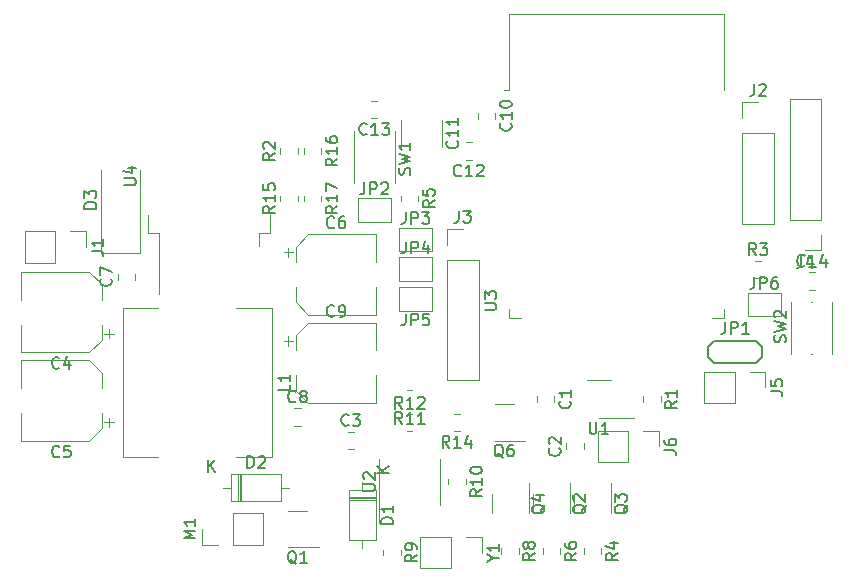
<source format=gbr>
%TF.GenerationSoftware,KiCad,Pcbnew,7.0.8*%
%TF.CreationDate,2023-12-29T21:58:38-05:00*%
%TF.ProjectId,SleepMonitor,536c6565-704d-46f6-9e69-746f722e6b69,rev?*%
%TF.SameCoordinates,Original*%
%TF.FileFunction,Legend,Top*%
%TF.FilePolarity,Positive*%
%FSLAX46Y46*%
G04 Gerber Fmt 4.6, Leading zero omitted, Abs format (unit mm)*
G04 Created by KiCad (PCBNEW 7.0.8) date 2023-12-29 21:58:38*
%MOMM*%
%LPD*%
G01*
G04 APERTURE LIST*
%ADD10C,0.150000*%
%ADD11C,0.120000*%
G04 APERTURE END LIST*
D10*
X132344819Y-87436904D02*
X133154342Y-87436904D01*
X133154342Y-87436904D02*
X133249580Y-87389285D01*
X133249580Y-87389285D02*
X133297200Y-87341666D01*
X133297200Y-87341666D02*
X133344819Y-87246428D01*
X133344819Y-87246428D02*
X133344819Y-87055952D01*
X133344819Y-87055952D02*
X133297200Y-86960714D01*
X133297200Y-86960714D02*
X133249580Y-86913095D01*
X133249580Y-86913095D02*
X133154342Y-86865476D01*
X133154342Y-86865476D02*
X132344819Y-86865476D01*
X132344819Y-86484523D02*
X132344819Y-85865476D01*
X132344819Y-85865476D02*
X132725771Y-86198809D01*
X132725771Y-86198809D02*
X132725771Y-86055952D01*
X132725771Y-86055952D02*
X132773390Y-85960714D01*
X132773390Y-85960714D02*
X132821009Y-85913095D01*
X132821009Y-85913095D02*
X132916247Y-85865476D01*
X132916247Y-85865476D02*
X133154342Y-85865476D01*
X133154342Y-85865476D02*
X133249580Y-85913095D01*
X133249580Y-85913095D02*
X133297200Y-85960714D01*
X133297200Y-85960714D02*
X133344819Y-86055952D01*
X133344819Y-86055952D02*
X133344819Y-86341666D01*
X133344819Y-86341666D02*
X133297200Y-86436904D01*
X133297200Y-86436904D02*
X133249580Y-86484523D01*
X99059819Y-82458333D02*
X99774104Y-82458333D01*
X99774104Y-82458333D02*
X99916961Y-82505952D01*
X99916961Y-82505952D02*
X100012200Y-82601190D01*
X100012200Y-82601190D02*
X100059819Y-82744047D01*
X100059819Y-82744047D02*
X100059819Y-82839285D01*
X100059819Y-81458333D02*
X100059819Y-82029761D01*
X100059819Y-81744047D02*
X99059819Y-81744047D01*
X99059819Y-81744047D02*
X99202676Y-81839285D01*
X99202676Y-81839285D02*
X99297914Y-81934523D01*
X99297914Y-81934523D02*
X99345533Y-82029761D01*
X116404761Y-108950057D02*
X116309523Y-108902438D01*
X116309523Y-108902438D02*
X116214285Y-108807200D01*
X116214285Y-108807200D02*
X116071428Y-108664342D01*
X116071428Y-108664342D02*
X115976190Y-108616723D01*
X115976190Y-108616723D02*
X115880952Y-108616723D01*
X115928571Y-108854819D02*
X115833333Y-108807200D01*
X115833333Y-108807200D02*
X115738095Y-108711961D01*
X115738095Y-108711961D02*
X115690476Y-108521485D01*
X115690476Y-108521485D02*
X115690476Y-108188152D01*
X115690476Y-108188152D02*
X115738095Y-107997676D01*
X115738095Y-107997676D02*
X115833333Y-107902438D01*
X115833333Y-107902438D02*
X115928571Y-107854819D01*
X115928571Y-107854819D02*
X116119047Y-107854819D01*
X116119047Y-107854819D02*
X116214285Y-107902438D01*
X116214285Y-107902438D02*
X116309523Y-107997676D01*
X116309523Y-107997676D02*
X116357142Y-108188152D01*
X116357142Y-108188152D02*
X116357142Y-108521485D01*
X116357142Y-108521485D02*
X116309523Y-108711961D01*
X116309523Y-108711961D02*
X116214285Y-108807200D01*
X116214285Y-108807200D02*
X116119047Y-108854819D01*
X116119047Y-108854819D02*
X115928571Y-108854819D01*
X117309523Y-108854819D02*
X116738095Y-108854819D01*
X117023809Y-108854819D02*
X117023809Y-107854819D01*
X117023809Y-107854819D02*
X116928571Y-107997676D01*
X116928571Y-107997676D02*
X116833333Y-108092914D01*
X116833333Y-108092914D02*
X116738095Y-108140533D01*
X114579819Y-74166666D02*
X114103628Y-74499999D01*
X114579819Y-74738094D02*
X113579819Y-74738094D01*
X113579819Y-74738094D02*
X113579819Y-74357142D01*
X113579819Y-74357142D02*
X113627438Y-74261904D01*
X113627438Y-74261904D02*
X113675057Y-74214285D01*
X113675057Y-74214285D02*
X113770295Y-74166666D01*
X113770295Y-74166666D02*
X113913152Y-74166666D01*
X113913152Y-74166666D02*
X114008390Y-74214285D01*
X114008390Y-74214285D02*
X114056009Y-74261904D01*
X114056009Y-74261904D02*
X114103628Y-74357142D01*
X114103628Y-74357142D02*
X114103628Y-74738094D01*
X113675057Y-73785713D02*
X113627438Y-73738094D01*
X113627438Y-73738094D02*
X113579819Y-73642856D01*
X113579819Y-73642856D02*
X113579819Y-73404761D01*
X113579819Y-73404761D02*
X113627438Y-73309523D01*
X113627438Y-73309523D02*
X113675057Y-73261904D01*
X113675057Y-73261904D02*
X113770295Y-73214285D01*
X113770295Y-73214285D02*
X113865533Y-73214285D01*
X113865533Y-73214285D02*
X114008390Y-73261904D01*
X114008390Y-73261904D02*
X114579819Y-73833332D01*
X114579819Y-73833332D02*
X114579819Y-73214285D01*
X133083628Y-108476190D02*
X133559819Y-108476190D01*
X132559819Y-108809523D02*
X133083628Y-108476190D01*
X133083628Y-108476190D02*
X132559819Y-108142857D01*
X133559819Y-107285714D02*
X133559819Y-107857142D01*
X133559819Y-107571428D02*
X132559819Y-107571428D01*
X132559819Y-107571428D02*
X132702676Y-107666666D01*
X132702676Y-107666666D02*
X132797914Y-107761904D01*
X132797914Y-107761904D02*
X132845533Y-107857142D01*
X129357142Y-99104819D02*
X129023809Y-98628628D01*
X128785714Y-99104819D02*
X128785714Y-98104819D01*
X128785714Y-98104819D02*
X129166666Y-98104819D01*
X129166666Y-98104819D02*
X129261904Y-98152438D01*
X129261904Y-98152438D02*
X129309523Y-98200057D01*
X129309523Y-98200057D02*
X129357142Y-98295295D01*
X129357142Y-98295295D02*
X129357142Y-98438152D01*
X129357142Y-98438152D02*
X129309523Y-98533390D01*
X129309523Y-98533390D02*
X129261904Y-98581009D01*
X129261904Y-98581009D02*
X129166666Y-98628628D01*
X129166666Y-98628628D02*
X128785714Y-98628628D01*
X130309523Y-99104819D02*
X129738095Y-99104819D01*
X130023809Y-99104819D02*
X130023809Y-98104819D01*
X130023809Y-98104819D02*
X129928571Y-98247676D01*
X129928571Y-98247676D02*
X129833333Y-98342914D01*
X129833333Y-98342914D02*
X129738095Y-98390533D01*
X131166666Y-98438152D02*
X131166666Y-99104819D01*
X130928571Y-98057200D02*
X130690476Y-98771485D01*
X130690476Y-98771485D02*
X131309523Y-98771485D01*
X112261905Y-100834819D02*
X112261905Y-99834819D01*
X112261905Y-99834819D02*
X112500000Y-99834819D01*
X112500000Y-99834819D02*
X112642857Y-99882438D01*
X112642857Y-99882438D02*
X112738095Y-99977676D01*
X112738095Y-99977676D02*
X112785714Y-100072914D01*
X112785714Y-100072914D02*
X112833333Y-100263390D01*
X112833333Y-100263390D02*
X112833333Y-100406247D01*
X112833333Y-100406247D02*
X112785714Y-100596723D01*
X112785714Y-100596723D02*
X112738095Y-100691961D01*
X112738095Y-100691961D02*
X112642857Y-100787200D01*
X112642857Y-100787200D02*
X112500000Y-100834819D01*
X112500000Y-100834819D02*
X112261905Y-100834819D01*
X113214286Y-99930057D02*
X113261905Y-99882438D01*
X113261905Y-99882438D02*
X113357143Y-99834819D01*
X113357143Y-99834819D02*
X113595238Y-99834819D01*
X113595238Y-99834819D02*
X113690476Y-99882438D01*
X113690476Y-99882438D02*
X113738095Y-99930057D01*
X113738095Y-99930057D02*
X113785714Y-100025295D01*
X113785714Y-100025295D02*
X113785714Y-100120533D01*
X113785714Y-100120533D02*
X113738095Y-100263390D01*
X113738095Y-100263390D02*
X113166667Y-100834819D01*
X113166667Y-100834819D02*
X113785714Y-100834819D01*
X108928095Y-101154819D02*
X108928095Y-100154819D01*
X109499523Y-101154819D02*
X109070952Y-100583390D01*
X109499523Y-100154819D02*
X108928095Y-100726247D01*
X139539580Y-95166666D02*
X139587200Y-95214285D01*
X139587200Y-95214285D02*
X139634819Y-95357142D01*
X139634819Y-95357142D02*
X139634819Y-95452380D01*
X139634819Y-95452380D02*
X139587200Y-95595237D01*
X139587200Y-95595237D02*
X139491961Y-95690475D01*
X139491961Y-95690475D02*
X139396723Y-95738094D01*
X139396723Y-95738094D02*
X139206247Y-95785713D01*
X139206247Y-95785713D02*
X139063390Y-95785713D01*
X139063390Y-95785713D02*
X138872914Y-95738094D01*
X138872914Y-95738094D02*
X138777676Y-95690475D01*
X138777676Y-95690475D02*
X138682438Y-95595237D01*
X138682438Y-95595237D02*
X138634819Y-95452380D01*
X138634819Y-95452380D02*
X138634819Y-95357142D01*
X138634819Y-95357142D02*
X138682438Y-95214285D01*
X138682438Y-95214285D02*
X138730057Y-95166666D01*
X139634819Y-94214285D02*
X139634819Y-94785713D01*
X139634819Y-94499999D02*
X138634819Y-94499999D01*
X138634819Y-94499999D02*
X138777676Y-94595237D01*
X138777676Y-94595237D02*
X138872914Y-94690475D01*
X138872914Y-94690475D02*
X138920533Y-94785713D01*
X156559819Y-94333333D02*
X157274104Y-94333333D01*
X157274104Y-94333333D02*
X157416961Y-94380952D01*
X157416961Y-94380952D02*
X157512200Y-94476190D01*
X157512200Y-94476190D02*
X157559819Y-94619047D01*
X157559819Y-94619047D02*
X157559819Y-94714285D01*
X156559819Y-93380952D02*
X156559819Y-93857142D01*
X156559819Y-93857142D02*
X157036009Y-93904761D01*
X157036009Y-93904761D02*
X156988390Y-93857142D01*
X156988390Y-93857142D02*
X156940771Y-93761904D01*
X156940771Y-93761904D02*
X156940771Y-93523809D01*
X156940771Y-93523809D02*
X156988390Y-93428571D01*
X156988390Y-93428571D02*
X157036009Y-93380952D01*
X157036009Y-93380952D02*
X157131247Y-93333333D01*
X157131247Y-93333333D02*
X157369342Y-93333333D01*
X157369342Y-93333333D02*
X157464580Y-93380952D01*
X157464580Y-93380952D02*
X157512200Y-93428571D01*
X157512200Y-93428571D02*
X157559819Y-93523809D01*
X157559819Y-93523809D02*
X157559819Y-93761904D01*
X157559819Y-93761904D02*
X157512200Y-93857142D01*
X157512200Y-93857142D02*
X157464580Y-93904761D01*
X119608333Y-87934580D02*
X119560714Y-87982200D01*
X119560714Y-87982200D02*
X119417857Y-88029819D01*
X119417857Y-88029819D02*
X119322619Y-88029819D01*
X119322619Y-88029819D02*
X119179762Y-87982200D01*
X119179762Y-87982200D02*
X119084524Y-87886961D01*
X119084524Y-87886961D02*
X119036905Y-87791723D01*
X119036905Y-87791723D02*
X118989286Y-87601247D01*
X118989286Y-87601247D02*
X118989286Y-87458390D01*
X118989286Y-87458390D02*
X119036905Y-87267914D01*
X119036905Y-87267914D02*
X119084524Y-87172676D01*
X119084524Y-87172676D02*
X119179762Y-87077438D01*
X119179762Y-87077438D02*
X119322619Y-87029819D01*
X119322619Y-87029819D02*
X119417857Y-87029819D01*
X119417857Y-87029819D02*
X119560714Y-87077438D01*
X119560714Y-87077438D02*
X119608333Y-87125057D01*
X120084524Y-88029819D02*
X120275000Y-88029819D01*
X120275000Y-88029819D02*
X120370238Y-87982200D01*
X120370238Y-87982200D02*
X120417857Y-87934580D01*
X120417857Y-87934580D02*
X120513095Y-87791723D01*
X120513095Y-87791723D02*
X120560714Y-87601247D01*
X120560714Y-87601247D02*
X120560714Y-87220295D01*
X120560714Y-87220295D02*
X120513095Y-87125057D01*
X120513095Y-87125057D02*
X120465476Y-87077438D01*
X120465476Y-87077438D02*
X120370238Y-87029819D01*
X120370238Y-87029819D02*
X120179762Y-87029819D01*
X120179762Y-87029819D02*
X120084524Y-87077438D01*
X120084524Y-87077438D02*
X120036905Y-87125057D01*
X120036905Y-87125057D02*
X119989286Y-87220295D01*
X119989286Y-87220295D02*
X119989286Y-87458390D01*
X119989286Y-87458390D02*
X120036905Y-87553628D01*
X120036905Y-87553628D02*
X120084524Y-87601247D01*
X120084524Y-87601247D02*
X120179762Y-87648866D01*
X120179762Y-87648866D02*
X120370238Y-87648866D01*
X120370238Y-87648866D02*
X120465476Y-87601247D01*
X120465476Y-87601247D02*
X120513095Y-87553628D01*
X120513095Y-87553628D02*
X120560714Y-87458390D01*
X141238095Y-96954819D02*
X141238095Y-97764342D01*
X141238095Y-97764342D02*
X141285714Y-97859580D01*
X141285714Y-97859580D02*
X141333333Y-97907200D01*
X141333333Y-97907200D02*
X141428571Y-97954819D01*
X141428571Y-97954819D02*
X141619047Y-97954819D01*
X141619047Y-97954819D02*
X141714285Y-97907200D01*
X141714285Y-97907200D02*
X141761904Y-97859580D01*
X141761904Y-97859580D02*
X141809523Y-97764342D01*
X141809523Y-97764342D02*
X141809523Y-96954819D01*
X142809523Y-97954819D02*
X142238095Y-97954819D01*
X142523809Y-97954819D02*
X142523809Y-96954819D01*
X142523809Y-96954819D02*
X142428571Y-97097676D01*
X142428571Y-97097676D02*
X142333333Y-97192914D01*
X142333333Y-97192914D02*
X142238095Y-97240533D01*
X124574819Y-105548094D02*
X123574819Y-105548094D01*
X123574819Y-105548094D02*
X123574819Y-105309999D01*
X123574819Y-105309999D02*
X123622438Y-105167142D01*
X123622438Y-105167142D02*
X123717676Y-105071904D01*
X123717676Y-105071904D02*
X123812914Y-105024285D01*
X123812914Y-105024285D02*
X124003390Y-104976666D01*
X124003390Y-104976666D02*
X124146247Y-104976666D01*
X124146247Y-104976666D02*
X124336723Y-105024285D01*
X124336723Y-105024285D02*
X124431961Y-105071904D01*
X124431961Y-105071904D02*
X124527200Y-105167142D01*
X124527200Y-105167142D02*
X124574819Y-105309999D01*
X124574819Y-105309999D02*
X124574819Y-105548094D01*
X124574819Y-104024285D02*
X124574819Y-104595713D01*
X124574819Y-104309999D02*
X123574819Y-104309999D01*
X123574819Y-104309999D02*
X123717676Y-104405237D01*
X123717676Y-104405237D02*
X123812914Y-104500475D01*
X123812914Y-104500475D02*
X123860533Y-104595713D01*
X124254819Y-101261904D02*
X123254819Y-101261904D01*
X124254819Y-100690476D02*
X123683390Y-101119047D01*
X123254819Y-100690476D02*
X123826247Y-101261904D01*
X144450057Y-103957738D02*
X144402438Y-104052976D01*
X144402438Y-104052976D02*
X144307200Y-104148214D01*
X144307200Y-104148214D02*
X144164342Y-104291071D01*
X144164342Y-104291071D02*
X144116723Y-104386309D01*
X144116723Y-104386309D02*
X144116723Y-104481547D01*
X144354819Y-104433928D02*
X144307200Y-104529166D01*
X144307200Y-104529166D02*
X144211961Y-104624404D01*
X144211961Y-104624404D02*
X144021485Y-104672023D01*
X144021485Y-104672023D02*
X143688152Y-104672023D01*
X143688152Y-104672023D02*
X143497676Y-104624404D01*
X143497676Y-104624404D02*
X143402438Y-104529166D01*
X143402438Y-104529166D02*
X143354819Y-104433928D01*
X143354819Y-104433928D02*
X143354819Y-104243452D01*
X143354819Y-104243452D02*
X143402438Y-104148214D01*
X143402438Y-104148214D02*
X143497676Y-104052976D01*
X143497676Y-104052976D02*
X143688152Y-104005357D01*
X143688152Y-104005357D02*
X144021485Y-104005357D01*
X144021485Y-104005357D02*
X144211961Y-104052976D01*
X144211961Y-104052976D02*
X144307200Y-104148214D01*
X144307200Y-104148214D02*
X144354819Y-104243452D01*
X144354819Y-104243452D02*
X144354819Y-104433928D01*
X143354819Y-103672023D02*
X143354819Y-103052976D01*
X143354819Y-103052976D02*
X143735771Y-103386309D01*
X143735771Y-103386309D02*
X143735771Y-103243452D01*
X143735771Y-103243452D02*
X143783390Y-103148214D01*
X143783390Y-103148214D02*
X143831009Y-103100595D01*
X143831009Y-103100595D02*
X143926247Y-103052976D01*
X143926247Y-103052976D02*
X144164342Y-103052976D01*
X144164342Y-103052976D02*
X144259580Y-103100595D01*
X144259580Y-103100595D02*
X144307200Y-103148214D01*
X144307200Y-103148214D02*
X144354819Y-103243452D01*
X144354819Y-103243452D02*
X144354819Y-103529166D01*
X144354819Y-103529166D02*
X144307200Y-103624404D01*
X144307200Y-103624404D02*
X144259580Y-103672023D01*
X125666666Y-87754819D02*
X125666666Y-88469104D01*
X125666666Y-88469104D02*
X125619047Y-88611961D01*
X125619047Y-88611961D02*
X125523809Y-88707200D01*
X125523809Y-88707200D02*
X125380952Y-88754819D01*
X125380952Y-88754819D02*
X125285714Y-88754819D01*
X126142857Y-88754819D02*
X126142857Y-87754819D01*
X126142857Y-87754819D02*
X126523809Y-87754819D01*
X126523809Y-87754819D02*
X126619047Y-87802438D01*
X126619047Y-87802438D02*
X126666666Y-87850057D01*
X126666666Y-87850057D02*
X126714285Y-87945295D01*
X126714285Y-87945295D02*
X126714285Y-88088152D01*
X126714285Y-88088152D02*
X126666666Y-88183390D01*
X126666666Y-88183390D02*
X126619047Y-88231009D01*
X126619047Y-88231009D02*
X126523809Y-88278628D01*
X126523809Y-88278628D02*
X126142857Y-88278628D01*
X127619047Y-87754819D02*
X127142857Y-87754819D01*
X127142857Y-87754819D02*
X127095238Y-88231009D01*
X127095238Y-88231009D02*
X127142857Y-88183390D01*
X127142857Y-88183390D02*
X127238095Y-88135771D01*
X127238095Y-88135771D02*
X127476190Y-88135771D01*
X127476190Y-88135771D02*
X127571428Y-88183390D01*
X127571428Y-88183390D02*
X127619047Y-88231009D01*
X127619047Y-88231009D02*
X127666666Y-88326247D01*
X127666666Y-88326247D02*
X127666666Y-88564342D01*
X127666666Y-88564342D02*
X127619047Y-88659580D01*
X127619047Y-88659580D02*
X127571428Y-88707200D01*
X127571428Y-88707200D02*
X127476190Y-88754819D01*
X127476190Y-88754819D02*
X127238095Y-88754819D01*
X127238095Y-88754819D02*
X127142857Y-88707200D01*
X127142857Y-88707200D02*
X127095238Y-88659580D01*
X128104819Y-78166666D02*
X127628628Y-78499999D01*
X128104819Y-78738094D02*
X127104819Y-78738094D01*
X127104819Y-78738094D02*
X127104819Y-78357142D01*
X127104819Y-78357142D02*
X127152438Y-78261904D01*
X127152438Y-78261904D02*
X127200057Y-78214285D01*
X127200057Y-78214285D02*
X127295295Y-78166666D01*
X127295295Y-78166666D02*
X127438152Y-78166666D01*
X127438152Y-78166666D02*
X127533390Y-78214285D01*
X127533390Y-78214285D02*
X127581009Y-78261904D01*
X127581009Y-78261904D02*
X127628628Y-78357142D01*
X127628628Y-78357142D02*
X127628628Y-78738094D01*
X127104819Y-77261904D02*
X127104819Y-77738094D01*
X127104819Y-77738094D02*
X127581009Y-77785713D01*
X127581009Y-77785713D02*
X127533390Y-77738094D01*
X127533390Y-77738094D02*
X127485771Y-77642856D01*
X127485771Y-77642856D02*
X127485771Y-77404761D01*
X127485771Y-77404761D02*
X127533390Y-77309523D01*
X127533390Y-77309523D02*
X127581009Y-77261904D01*
X127581009Y-77261904D02*
X127676247Y-77214285D01*
X127676247Y-77214285D02*
X127914342Y-77214285D01*
X127914342Y-77214285D02*
X128009580Y-77261904D01*
X128009580Y-77261904D02*
X128057200Y-77309523D01*
X128057200Y-77309523D02*
X128104819Y-77404761D01*
X128104819Y-77404761D02*
X128104819Y-77642856D01*
X128104819Y-77642856D02*
X128057200Y-77738094D01*
X128057200Y-77738094D02*
X128009580Y-77785713D01*
X99454819Y-78863094D02*
X98454819Y-78863094D01*
X98454819Y-78863094D02*
X98454819Y-78624999D01*
X98454819Y-78624999D02*
X98502438Y-78482142D01*
X98502438Y-78482142D02*
X98597676Y-78386904D01*
X98597676Y-78386904D02*
X98692914Y-78339285D01*
X98692914Y-78339285D02*
X98883390Y-78291666D01*
X98883390Y-78291666D02*
X99026247Y-78291666D01*
X99026247Y-78291666D02*
X99216723Y-78339285D01*
X99216723Y-78339285D02*
X99311961Y-78386904D01*
X99311961Y-78386904D02*
X99407200Y-78482142D01*
X99407200Y-78482142D02*
X99454819Y-78624999D01*
X99454819Y-78624999D02*
X99454819Y-78863094D01*
X98454819Y-77958332D02*
X98454819Y-77339285D01*
X98454819Y-77339285D02*
X98835771Y-77672618D01*
X98835771Y-77672618D02*
X98835771Y-77529761D01*
X98835771Y-77529761D02*
X98883390Y-77434523D01*
X98883390Y-77434523D02*
X98931009Y-77386904D01*
X98931009Y-77386904D02*
X99026247Y-77339285D01*
X99026247Y-77339285D02*
X99264342Y-77339285D01*
X99264342Y-77339285D02*
X99359580Y-77386904D01*
X99359580Y-77386904D02*
X99407200Y-77434523D01*
X99407200Y-77434523D02*
X99454819Y-77529761D01*
X99454819Y-77529761D02*
X99454819Y-77815475D01*
X99454819Y-77815475D02*
X99407200Y-77910713D01*
X99407200Y-77910713D02*
X99359580Y-77958332D01*
X125357142Y-95804819D02*
X125023809Y-95328628D01*
X124785714Y-95804819D02*
X124785714Y-94804819D01*
X124785714Y-94804819D02*
X125166666Y-94804819D01*
X125166666Y-94804819D02*
X125261904Y-94852438D01*
X125261904Y-94852438D02*
X125309523Y-94900057D01*
X125309523Y-94900057D02*
X125357142Y-94995295D01*
X125357142Y-94995295D02*
X125357142Y-95138152D01*
X125357142Y-95138152D02*
X125309523Y-95233390D01*
X125309523Y-95233390D02*
X125261904Y-95281009D01*
X125261904Y-95281009D02*
X125166666Y-95328628D01*
X125166666Y-95328628D02*
X124785714Y-95328628D01*
X126309523Y-95804819D02*
X125738095Y-95804819D01*
X126023809Y-95804819D02*
X126023809Y-94804819D01*
X126023809Y-94804819D02*
X125928571Y-94947676D01*
X125928571Y-94947676D02*
X125833333Y-95042914D01*
X125833333Y-95042914D02*
X125738095Y-95090533D01*
X126690476Y-94900057D02*
X126738095Y-94852438D01*
X126738095Y-94852438D02*
X126833333Y-94804819D01*
X126833333Y-94804819D02*
X127071428Y-94804819D01*
X127071428Y-94804819D02*
X127166666Y-94852438D01*
X127166666Y-94852438D02*
X127214285Y-94900057D01*
X127214285Y-94900057D02*
X127261904Y-94995295D01*
X127261904Y-94995295D02*
X127261904Y-95090533D01*
X127261904Y-95090533D02*
X127214285Y-95233390D01*
X127214285Y-95233390D02*
X126642857Y-95804819D01*
X126642857Y-95804819D02*
X127261904Y-95804819D01*
X136604819Y-108029166D02*
X136128628Y-108362499D01*
X136604819Y-108600594D02*
X135604819Y-108600594D01*
X135604819Y-108600594D02*
X135604819Y-108219642D01*
X135604819Y-108219642D02*
X135652438Y-108124404D01*
X135652438Y-108124404D02*
X135700057Y-108076785D01*
X135700057Y-108076785D02*
X135795295Y-108029166D01*
X135795295Y-108029166D02*
X135938152Y-108029166D01*
X135938152Y-108029166D02*
X136033390Y-108076785D01*
X136033390Y-108076785D02*
X136081009Y-108124404D01*
X136081009Y-108124404D02*
X136128628Y-108219642D01*
X136128628Y-108219642D02*
X136128628Y-108600594D01*
X136033390Y-107457737D02*
X135985771Y-107552975D01*
X135985771Y-107552975D02*
X135938152Y-107600594D01*
X135938152Y-107600594D02*
X135842914Y-107648213D01*
X135842914Y-107648213D02*
X135795295Y-107648213D01*
X135795295Y-107648213D02*
X135700057Y-107600594D01*
X135700057Y-107600594D02*
X135652438Y-107552975D01*
X135652438Y-107552975D02*
X135604819Y-107457737D01*
X135604819Y-107457737D02*
X135604819Y-107267261D01*
X135604819Y-107267261D02*
X135652438Y-107172023D01*
X135652438Y-107172023D02*
X135700057Y-107124404D01*
X135700057Y-107124404D02*
X135795295Y-107076785D01*
X135795295Y-107076785D02*
X135842914Y-107076785D01*
X135842914Y-107076785D02*
X135938152Y-107124404D01*
X135938152Y-107124404D02*
X135985771Y-107172023D01*
X135985771Y-107172023D02*
X136033390Y-107267261D01*
X136033390Y-107267261D02*
X136033390Y-107457737D01*
X136033390Y-107457737D02*
X136081009Y-107552975D01*
X136081009Y-107552975D02*
X136128628Y-107600594D01*
X136128628Y-107600594D02*
X136223866Y-107648213D01*
X136223866Y-107648213D02*
X136414342Y-107648213D01*
X136414342Y-107648213D02*
X136509580Y-107600594D01*
X136509580Y-107600594D02*
X136557200Y-107552975D01*
X136557200Y-107552975D02*
X136604819Y-107457737D01*
X136604819Y-107457737D02*
X136604819Y-107267261D01*
X136604819Y-107267261D02*
X136557200Y-107172023D01*
X136557200Y-107172023D02*
X136509580Y-107124404D01*
X136509580Y-107124404D02*
X136414342Y-107076785D01*
X136414342Y-107076785D02*
X136223866Y-107076785D01*
X136223866Y-107076785D02*
X136128628Y-107124404D01*
X136128628Y-107124404D02*
X136081009Y-107172023D01*
X136081009Y-107172023D02*
X136033390Y-107267261D01*
X122166666Y-76654819D02*
X122166666Y-77369104D01*
X122166666Y-77369104D02*
X122119047Y-77511961D01*
X122119047Y-77511961D02*
X122023809Y-77607200D01*
X122023809Y-77607200D02*
X121880952Y-77654819D01*
X121880952Y-77654819D02*
X121785714Y-77654819D01*
X122642857Y-77654819D02*
X122642857Y-76654819D01*
X122642857Y-76654819D02*
X123023809Y-76654819D01*
X123023809Y-76654819D02*
X123119047Y-76702438D01*
X123119047Y-76702438D02*
X123166666Y-76750057D01*
X123166666Y-76750057D02*
X123214285Y-76845295D01*
X123214285Y-76845295D02*
X123214285Y-76988152D01*
X123214285Y-76988152D02*
X123166666Y-77083390D01*
X123166666Y-77083390D02*
X123119047Y-77131009D01*
X123119047Y-77131009D02*
X123023809Y-77178628D01*
X123023809Y-77178628D02*
X122642857Y-77178628D01*
X123595238Y-76750057D02*
X123642857Y-76702438D01*
X123642857Y-76702438D02*
X123738095Y-76654819D01*
X123738095Y-76654819D02*
X123976190Y-76654819D01*
X123976190Y-76654819D02*
X124071428Y-76702438D01*
X124071428Y-76702438D02*
X124119047Y-76750057D01*
X124119047Y-76750057D02*
X124166666Y-76845295D01*
X124166666Y-76845295D02*
X124166666Y-76940533D01*
X124166666Y-76940533D02*
X124119047Y-77083390D01*
X124119047Y-77083390D02*
X123547619Y-77654819D01*
X123547619Y-77654819D02*
X124166666Y-77654819D01*
X119608333Y-80434580D02*
X119560714Y-80482200D01*
X119560714Y-80482200D02*
X119417857Y-80529819D01*
X119417857Y-80529819D02*
X119322619Y-80529819D01*
X119322619Y-80529819D02*
X119179762Y-80482200D01*
X119179762Y-80482200D02*
X119084524Y-80386961D01*
X119084524Y-80386961D02*
X119036905Y-80291723D01*
X119036905Y-80291723D02*
X118989286Y-80101247D01*
X118989286Y-80101247D02*
X118989286Y-79958390D01*
X118989286Y-79958390D02*
X119036905Y-79767914D01*
X119036905Y-79767914D02*
X119084524Y-79672676D01*
X119084524Y-79672676D02*
X119179762Y-79577438D01*
X119179762Y-79577438D02*
X119322619Y-79529819D01*
X119322619Y-79529819D02*
X119417857Y-79529819D01*
X119417857Y-79529819D02*
X119560714Y-79577438D01*
X119560714Y-79577438D02*
X119608333Y-79625057D01*
X120465476Y-79529819D02*
X120275000Y-79529819D01*
X120275000Y-79529819D02*
X120179762Y-79577438D01*
X120179762Y-79577438D02*
X120132143Y-79625057D01*
X120132143Y-79625057D02*
X120036905Y-79767914D01*
X120036905Y-79767914D02*
X119989286Y-79958390D01*
X119989286Y-79958390D02*
X119989286Y-80339342D01*
X119989286Y-80339342D02*
X120036905Y-80434580D01*
X120036905Y-80434580D02*
X120084524Y-80482200D01*
X120084524Y-80482200D02*
X120179762Y-80529819D01*
X120179762Y-80529819D02*
X120370238Y-80529819D01*
X120370238Y-80529819D02*
X120465476Y-80482200D01*
X120465476Y-80482200D02*
X120513095Y-80434580D01*
X120513095Y-80434580D02*
X120560714Y-80339342D01*
X120560714Y-80339342D02*
X120560714Y-80101247D01*
X120560714Y-80101247D02*
X120513095Y-80006009D01*
X120513095Y-80006009D02*
X120465476Y-79958390D01*
X120465476Y-79958390D02*
X120370238Y-79910771D01*
X120370238Y-79910771D02*
X120179762Y-79910771D01*
X120179762Y-79910771D02*
X120084524Y-79958390D01*
X120084524Y-79958390D02*
X120036905Y-80006009D01*
X120036905Y-80006009D02*
X119989286Y-80101247D01*
X120833333Y-97179580D02*
X120785714Y-97227200D01*
X120785714Y-97227200D02*
X120642857Y-97274819D01*
X120642857Y-97274819D02*
X120547619Y-97274819D01*
X120547619Y-97274819D02*
X120404762Y-97227200D01*
X120404762Y-97227200D02*
X120309524Y-97131961D01*
X120309524Y-97131961D02*
X120261905Y-97036723D01*
X120261905Y-97036723D02*
X120214286Y-96846247D01*
X120214286Y-96846247D02*
X120214286Y-96703390D01*
X120214286Y-96703390D02*
X120261905Y-96512914D01*
X120261905Y-96512914D02*
X120309524Y-96417676D01*
X120309524Y-96417676D02*
X120404762Y-96322438D01*
X120404762Y-96322438D02*
X120547619Y-96274819D01*
X120547619Y-96274819D02*
X120642857Y-96274819D01*
X120642857Y-96274819D02*
X120785714Y-96322438D01*
X120785714Y-96322438D02*
X120833333Y-96370057D01*
X121166667Y-96274819D02*
X121785714Y-96274819D01*
X121785714Y-96274819D02*
X121452381Y-96655771D01*
X121452381Y-96655771D02*
X121595238Y-96655771D01*
X121595238Y-96655771D02*
X121690476Y-96703390D01*
X121690476Y-96703390D02*
X121738095Y-96751009D01*
X121738095Y-96751009D02*
X121785714Y-96846247D01*
X121785714Y-96846247D02*
X121785714Y-97084342D01*
X121785714Y-97084342D02*
X121738095Y-97179580D01*
X121738095Y-97179580D02*
X121690476Y-97227200D01*
X121690476Y-97227200D02*
X121595238Y-97274819D01*
X121595238Y-97274819D02*
X121309524Y-97274819D01*
X121309524Y-97274819D02*
X121214286Y-97227200D01*
X121214286Y-97227200D02*
X121166667Y-97179580D01*
X116333333Y-95179580D02*
X116285714Y-95227200D01*
X116285714Y-95227200D02*
X116142857Y-95274819D01*
X116142857Y-95274819D02*
X116047619Y-95274819D01*
X116047619Y-95274819D02*
X115904762Y-95227200D01*
X115904762Y-95227200D02*
X115809524Y-95131961D01*
X115809524Y-95131961D02*
X115761905Y-95036723D01*
X115761905Y-95036723D02*
X115714286Y-94846247D01*
X115714286Y-94846247D02*
X115714286Y-94703390D01*
X115714286Y-94703390D02*
X115761905Y-94512914D01*
X115761905Y-94512914D02*
X115809524Y-94417676D01*
X115809524Y-94417676D02*
X115904762Y-94322438D01*
X115904762Y-94322438D02*
X116047619Y-94274819D01*
X116047619Y-94274819D02*
X116142857Y-94274819D01*
X116142857Y-94274819D02*
X116285714Y-94322438D01*
X116285714Y-94322438D02*
X116333333Y-94370057D01*
X116904762Y-94703390D02*
X116809524Y-94655771D01*
X116809524Y-94655771D02*
X116761905Y-94608152D01*
X116761905Y-94608152D02*
X116714286Y-94512914D01*
X116714286Y-94512914D02*
X116714286Y-94465295D01*
X116714286Y-94465295D02*
X116761905Y-94370057D01*
X116761905Y-94370057D02*
X116809524Y-94322438D01*
X116809524Y-94322438D02*
X116904762Y-94274819D01*
X116904762Y-94274819D02*
X117095238Y-94274819D01*
X117095238Y-94274819D02*
X117190476Y-94322438D01*
X117190476Y-94322438D02*
X117238095Y-94370057D01*
X117238095Y-94370057D02*
X117285714Y-94465295D01*
X117285714Y-94465295D02*
X117285714Y-94512914D01*
X117285714Y-94512914D02*
X117238095Y-94608152D01*
X117238095Y-94608152D02*
X117190476Y-94655771D01*
X117190476Y-94655771D02*
X117095238Y-94703390D01*
X117095238Y-94703390D02*
X116904762Y-94703390D01*
X116904762Y-94703390D02*
X116809524Y-94751009D01*
X116809524Y-94751009D02*
X116761905Y-94798628D01*
X116761905Y-94798628D02*
X116714286Y-94893866D01*
X116714286Y-94893866D02*
X116714286Y-95084342D01*
X116714286Y-95084342D02*
X116761905Y-95179580D01*
X116761905Y-95179580D02*
X116809524Y-95227200D01*
X116809524Y-95227200D02*
X116904762Y-95274819D01*
X116904762Y-95274819D02*
X117095238Y-95274819D01*
X117095238Y-95274819D02*
X117190476Y-95227200D01*
X117190476Y-95227200D02*
X117238095Y-95179580D01*
X117238095Y-95179580D02*
X117285714Y-95084342D01*
X117285714Y-95084342D02*
X117285714Y-94893866D01*
X117285714Y-94893866D02*
X117238095Y-94798628D01*
X117238095Y-94798628D02*
X117190476Y-94751009D01*
X117190476Y-94751009D02*
X117095238Y-94703390D01*
X138679580Y-99166666D02*
X138727200Y-99214285D01*
X138727200Y-99214285D02*
X138774819Y-99357142D01*
X138774819Y-99357142D02*
X138774819Y-99452380D01*
X138774819Y-99452380D02*
X138727200Y-99595237D01*
X138727200Y-99595237D02*
X138631961Y-99690475D01*
X138631961Y-99690475D02*
X138536723Y-99738094D01*
X138536723Y-99738094D02*
X138346247Y-99785713D01*
X138346247Y-99785713D02*
X138203390Y-99785713D01*
X138203390Y-99785713D02*
X138012914Y-99738094D01*
X138012914Y-99738094D02*
X137917676Y-99690475D01*
X137917676Y-99690475D02*
X137822438Y-99595237D01*
X137822438Y-99595237D02*
X137774819Y-99452380D01*
X137774819Y-99452380D02*
X137774819Y-99357142D01*
X137774819Y-99357142D02*
X137822438Y-99214285D01*
X137822438Y-99214285D02*
X137870057Y-99166666D01*
X137870057Y-98785713D02*
X137822438Y-98738094D01*
X137822438Y-98738094D02*
X137774819Y-98642856D01*
X137774819Y-98642856D02*
X137774819Y-98404761D01*
X137774819Y-98404761D02*
X137822438Y-98309523D01*
X137822438Y-98309523D02*
X137870057Y-98261904D01*
X137870057Y-98261904D02*
X137965295Y-98214285D01*
X137965295Y-98214285D02*
X138060533Y-98214285D01*
X138060533Y-98214285D02*
X138203390Y-98261904D01*
X138203390Y-98261904D02*
X138774819Y-98833332D01*
X138774819Y-98833332D02*
X138774819Y-98214285D01*
X126604819Y-108166666D02*
X126128628Y-108499999D01*
X126604819Y-108738094D02*
X125604819Y-108738094D01*
X125604819Y-108738094D02*
X125604819Y-108357142D01*
X125604819Y-108357142D02*
X125652438Y-108261904D01*
X125652438Y-108261904D02*
X125700057Y-108214285D01*
X125700057Y-108214285D02*
X125795295Y-108166666D01*
X125795295Y-108166666D02*
X125938152Y-108166666D01*
X125938152Y-108166666D02*
X126033390Y-108214285D01*
X126033390Y-108214285D02*
X126081009Y-108261904D01*
X126081009Y-108261904D02*
X126128628Y-108357142D01*
X126128628Y-108357142D02*
X126128628Y-108738094D01*
X126604819Y-107690475D02*
X126604819Y-107499999D01*
X126604819Y-107499999D02*
X126557200Y-107404761D01*
X126557200Y-107404761D02*
X126509580Y-107357142D01*
X126509580Y-107357142D02*
X126366723Y-107261904D01*
X126366723Y-107261904D02*
X126176247Y-107214285D01*
X126176247Y-107214285D02*
X125795295Y-107214285D01*
X125795295Y-107214285D02*
X125700057Y-107261904D01*
X125700057Y-107261904D02*
X125652438Y-107309523D01*
X125652438Y-107309523D02*
X125604819Y-107404761D01*
X125604819Y-107404761D02*
X125604819Y-107595237D01*
X125604819Y-107595237D02*
X125652438Y-107690475D01*
X125652438Y-107690475D02*
X125700057Y-107738094D01*
X125700057Y-107738094D02*
X125795295Y-107785713D01*
X125795295Y-107785713D02*
X126033390Y-107785713D01*
X126033390Y-107785713D02*
X126128628Y-107738094D01*
X126128628Y-107738094D02*
X126176247Y-107690475D01*
X126176247Y-107690475D02*
X126223866Y-107595237D01*
X126223866Y-107595237D02*
X126223866Y-107404761D01*
X126223866Y-107404761D02*
X126176247Y-107309523D01*
X126176247Y-107309523D02*
X126128628Y-107261904D01*
X126128628Y-107261904D02*
X126033390Y-107214285D01*
X115854819Y-93791666D02*
X115854819Y-94267856D01*
X115854819Y-94267856D02*
X114854819Y-94267856D01*
X115854819Y-92934523D02*
X115854819Y-93505951D01*
X115854819Y-93220237D02*
X114854819Y-93220237D01*
X114854819Y-93220237D02*
X114997676Y-93315475D01*
X114997676Y-93315475D02*
X115092914Y-93410713D01*
X115092914Y-93410713D02*
X115140533Y-93505951D01*
X140104819Y-108029166D02*
X139628628Y-108362499D01*
X140104819Y-108600594D02*
X139104819Y-108600594D01*
X139104819Y-108600594D02*
X139104819Y-108219642D01*
X139104819Y-108219642D02*
X139152438Y-108124404D01*
X139152438Y-108124404D02*
X139200057Y-108076785D01*
X139200057Y-108076785D02*
X139295295Y-108029166D01*
X139295295Y-108029166D02*
X139438152Y-108029166D01*
X139438152Y-108029166D02*
X139533390Y-108076785D01*
X139533390Y-108076785D02*
X139581009Y-108124404D01*
X139581009Y-108124404D02*
X139628628Y-108219642D01*
X139628628Y-108219642D02*
X139628628Y-108600594D01*
X139104819Y-107172023D02*
X139104819Y-107362499D01*
X139104819Y-107362499D02*
X139152438Y-107457737D01*
X139152438Y-107457737D02*
X139200057Y-107505356D01*
X139200057Y-107505356D02*
X139342914Y-107600594D01*
X139342914Y-107600594D02*
X139533390Y-107648213D01*
X139533390Y-107648213D02*
X139914342Y-107648213D01*
X139914342Y-107648213D02*
X140009580Y-107600594D01*
X140009580Y-107600594D02*
X140057200Y-107552975D01*
X140057200Y-107552975D02*
X140104819Y-107457737D01*
X140104819Y-107457737D02*
X140104819Y-107267261D01*
X140104819Y-107267261D02*
X140057200Y-107172023D01*
X140057200Y-107172023D02*
X140009580Y-107124404D01*
X140009580Y-107124404D02*
X139914342Y-107076785D01*
X139914342Y-107076785D02*
X139676247Y-107076785D01*
X139676247Y-107076785D02*
X139581009Y-107124404D01*
X139581009Y-107124404D02*
X139533390Y-107172023D01*
X139533390Y-107172023D02*
X139485771Y-107267261D01*
X139485771Y-107267261D02*
X139485771Y-107457737D01*
X139485771Y-107457737D02*
X139533390Y-107552975D01*
X139533390Y-107552975D02*
X139581009Y-107600594D01*
X139581009Y-107600594D02*
X139676247Y-107648213D01*
X152716666Y-88454819D02*
X152716666Y-89169104D01*
X152716666Y-89169104D02*
X152669047Y-89311961D01*
X152669047Y-89311961D02*
X152573809Y-89407200D01*
X152573809Y-89407200D02*
X152430952Y-89454819D01*
X152430952Y-89454819D02*
X152335714Y-89454819D01*
X153192857Y-89454819D02*
X153192857Y-88454819D01*
X153192857Y-88454819D02*
X153573809Y-88454819D01*
X153573809Y-88454819D02*
X153669047Y-88502438D01*
X153669047Y-88502438D02*
X153716666Y-88550057D01*
X153716666Y-88550057D02*
X153764285Y-88645295D01*
X153764285Y-88645295D02*
X153764285Y-88788152D01*
X153764285Y-88788152D02*
X153716666Y-88883390D01*
X153716666Y-88883390D02*
X153669047Y-88931009D01*
X153669047Y-88931009D02*
X153573809Y-88978628D01*
X153573809Y-88978628D02*
X153192857Y-88978628D01*
X154716666Y-89454819D02*
X154145238Y-89454819D01*
X154430952Y-89454819D02*
X154430952Y-88454819D01*
X154430952Y-88454819D02*
X154335714Y-88597676D01*
X154335714Y-88597676D02*
X154240476Y-88692914D01*
X154240476Y-88692914D02*
X154145238Y-88740533D01*
X125357142Y-97104819D02*
X125023809Y-96628628D01*
X124785714Y-97104819D02*
X124785714Y-96104819D01*
X124785714Y-96104819D02*
X125166666Y-96104819D01*
X125166666Y-96104819D02*
X125261904Y-96152438D01*
X125261904Y-96152438D02*
X125309523Y-96200057D01*
X125309523Y-96200057D02*
X125357142Y-96295295D01*
X125357142Y-96295295D02*
X125357142Y-96438152D01*
X125357142Y-96438152D02*
X125309523Y-96533390D01*
X125309523Y-96533390D02*
X125261904Y-96581009D01*
X125261904Y-96581009D02*
X125166666Y-96628628D01*
X125166666Y-96628628D02*
X124785714Y-96628628D01*
X126309523Y-97104819D02*
X125738095Y-97104819D01*
X126023809Y-97104819D02*
X126023809Y-96104819D01*
X126023809Y-96104819D02*
X125928571Y-96247676D01*
X125928571Y-96247676D02*
X125833333Y-96342914D01*
X125833333Y-96342914D02*
X125738095Y-96390533D01*
X127261904Y-97104819D02*
X126690476Y-97104819D01*
X126976190Y-97104819D02*
X126976190Y-96104819D01*
X126976190Y-96104819D02*
X126880952Y-96247676D01*
X126880952Y-96247676D02*
X126785714Y-96342914D01*
X126785714Y-96342914D02*
X126690476Y-96390533D01*
X134539580Y-71642857D02*
X134587200Y-71690476D01*
X134587200Y-71690476D02*
X134634819Y-71833333D01*
X134634819Y-71833333D02*
X134634819Y-71928571D01*
X134634819Y-71928571D02*
X134587200Y-72071428D01*
X134587200Y-72071428D02*
X134491961Y-72166666D01*
X134491961Y-72166666D02*
X134396723Y-72214285D01*
X134396723Y-72214285D02*
X134206247Y-72261904D01*
X134206247Y-72261904D02*
X134063390Y-72261904D01*
X134063390Y-72261904D02*
X133872914Y-72214285D01*
X133872914Y-72214285D02*
X133777676Y-72166666D01*
X133777676Y-72166666D02*
X133682438Y-72071428D01*
X133682438Y-72071428D02*
X133634819Y-71928571D01*
X133634819Y-71928571D02*
X133634819Y-71833333D01*
X133634819Y-71833333D02*
X133682438Y-71690476D01*
X133682438Y-71690476D02*
X133730057Y-71642857D01*
X134634819Y-70690476D02*
X134634819Y-71261904D01*
X134634819Y-70976190D02*
X133634819Y-70976190D01*
X133634819Y-70976190D02*
X133777676Y-71071428D01*
X133777676Y-71071428D02*
X133872914Y-71166666D01*
X133872914Y-71166666D02*
X133920533Y-71261904D01*
X133634819Y-70071428D02*
X133634819Y-69976190D01*
X133634819Y-69976190D02*
X133682438Y-69880952D01*
X133682438Y-69880952D02*
X133730057Y-69833333D01*
X133730057Y-69833333D02*
X133825295Y-69785714D01*
X133825295Y-69785714D02*
X134015771Y-69738095D01*
X134015771Y-69738095D02*
X134253866Y-69738095D01*
X134253866Y-69738095D02*
X134444342Y-69785714D01*
X134444342Y-69785714D02*
X134539580Y-69833333D01*
X134539580Y-69833333D02*
X134587200Y-69880952D01*
X134587200Y-69880952D02*
X134634819Y-69976190D01*
X134634819Y-69976190D02*
X134634819Y-70071428D01*
X134634819Y-70071428D02*
X134587200Y-70166666D01*
X134587200Y-70166666D02*
X134539580Y-70214285D01*
X134539580Y-70214285D02*
X134444342Y-70261904D01*
X134444342Y-70261904D02*
X134253866Y-70309523D01*
X134253866Y-70309523D02*
X134015771Y-70309523D01*
X134015771Y-70309523D02*
X133825295Y-70261904D01*
X133825295Y-70261904D02*
X133730057Y-70214285D01*
X133730057Y-70214285D02*
X133682438Y-70166666D01*
X133682438Y-70166666D02*
X133634819Y-70071428D01*
X107849819Y-106794523D02*
X106849819Y-106794523D01*
X106849819Y-106794523D02*
X107564104Y-106461190D01*
X107564104Y-106461190D02*
X106849819Y-106127857D01*
X106849819Y-106127857D02*
X107849819Y-106127857D01*
X107849819Y-105127857D02*
X107849819Y-105699285D01*
X107849819Y-105413571D02*
X106849819Y-105413571D01*
X106849819Y-105413571D02*
X106992676Y-105508809D01*
X106992676Y-105508809D02*
X107087914Y-105604047D01*
X107087914Y-105604047D02*
X107135533Y-105699285D01*
X114579819Y-78642857D02*
X114103628Y-78976190D01*
X114579819Y-79214285D02*
X113579819Y-79214285D01*
X113579819Y-79214285D02*
X113579819Y-78833333D01*
X113579819Y-78833333D02*
X113627438Y-78738095D01*
X113627438Y-78738095D02*
X113675057Y-78690476D01*
X113675057Y-78690476D02*
X113770295Y-78642857D01*
X113770295Y-78642857D02*
X113913152Y-78642857D01*
X113913152Y-78642857D02*
X114008390Y-78690476D01*
X114008390Y-78690476D02*
X114056009Y-78738095D01*
X114056009Y-78738095D02*
X114103628Y-78833333D01*
X114103628Y-78833333D02*
X114103628Y-79214285D01*
X114579819Y-77690476D02*
X114579819Y-78261904D01*
X114579819Y-77976190D02*
X113579819Y-77976190D01*
X113579819Y-77976190D02*
X113722676Y-78071428D01*
X113722676Y-78071428D02*
X113817914Y-78166666D01*
X113817914Y-78166666D02*
X113865533Y-78261904D01*
X113579819Y-76785714D02*
X113579819Y-77261904D01*
X113579819Y-77261904D02*
X114056009Y-77309523D01*
X114056009Y-77309523D02*
X114008390Y-77261904D01*
X114008390Y-77261904D02*
X113960771Y-77166666D01*
X113960771Y-77166666D02*
X113960771Y-76928571D01*
X113960771Y-76928571D02*
X114008390Y-76833333D01*
X114008390Y-76833333D02*
X114056009Y-76785714D01*
X114056009Y-76785714D02*
X114151247Y-76738095D01*
X114151247Y-76738095D02*
X114389342Y-76738095D01*
X114389342Y-76738095D02*
X114484580Y-76785714D01*
X114484580Y-76785714D02*
X114532200Y-76833333D01*
X114532200Y-76833333D02*
X114579819Y-76928571D01*
X114579819Y-76928571D02*
X114579819Y-77166666D01*
X114579819Y-77166666D02*
X114532200Y-77261904D01*
X114532200Y-77261904D02*
X114484580Y-77309523D01*
X159166666Y-82859819D02*
X159166666Y-83574104D01*
X159166666Y-83574104D02*
X159119047Y-83716961D01*
X159119047Y-83716961D02*
X159023809Y-83812200D01*
X159023809Y-83812200D02*
X158880952Y-83859819D01*
X158880952Y-83859819D02*
X158785714Y-83859819D01*
X160071428Y-83193152D02*
X160071428Y-83859819D01*
X159833333Y-82812200D02*
X159595238Y-83526485D01*
X159595238Y-83526485D02*
X160214285Y-83526485D01*
X137450057Y-103957738D02*
X137402438Y-104052976D01*
X137402438Y-104052976D02*
X137307200Y-104148214D01*
X137307200Y-104148214D02*
X137164342Y-104291071D01*
X137164342Y-104291071D02*
X137116723Y-104386309D01*
X137116723Y-104386309D02*
X137116723Y-104481547D01*
X137354819Y-104433928D02*
X137307200Y-104529166D01*
X137307200Y-104529166D02*
X137211961Y-104624404D01*
X137211961Y-104624404D02*
X137021485Y-104672023D01*
X137021485Y-104672023D02*
X136688152Y-104672023D01*
X136688152Y-104672023D02*
X136497676Y-104624404D01*
X136497676Y-104624404D02*
X136402438Y-104529166D01*
X136402438Y-104529166D02*
X136354819Y-104433928D01*
X136354819Y-104433928D02*
X136354819Y-104243452D01*
X136354819Y-104243452D02*
X136402438Y-104148214D01*
X136402438Y-104148214D02*
X136497676Y-104052976D01*
X136497676Y-104052976D02*
X136688152Y-104005357D01*
X136688152Y-104005357D02*
X137021485Y-104005357D01*
X137021485Y-104005357D02*
X137211961Y-104052976D01*
X137211961Y-104052976D02*
X137307200Y-104148214D01*
X137307200Y-104148214D02*
X137354819Y-104243452D01*
X137354819Y-104243452D02*
X137354819Y-104433928D01*
X136688152Y-103148214D02*
X137354819Y-103148214D01*
X136307200Y-103386309D02*
X137021485Y-103624404D01*
X137021485Y-103624404D02*
X137021485Y-103005357D01*
X140950057Y-103957738D02*
X140902438Y-104052976D01*
X140902438Y-104052976D02*
X140807200Y-104148214D01*
X140807200Y-104148214D02*
X140664342Y-104291071D01*
X140664342Y-104291071D02*
X140616723Y-104386309D01*
X140616723Y-104386309D02*
X140616723Y-104481547D01*
X140854819Y-104433928D02*
X140807200Y-104529166D01*
X140807200Y-104529166D02*
X140711961Y-104624404D01*
X140711961Y-104624404D02*
X140521485Y-104672023D01*
X140521485Y-104672023D02*
X140188152Y-104672023D01*
X140188152Y-104672023D02*
X139997676Y-104624404D01*
X139997676Y-104624404D02*
X139902438Y-104529166D01*
X139902438Y-104529166D02*
X139854819Y-104433928D01*
X139854819Y-104433928D02*
X139854819Y-104243452D01*
X139854819Y-104243452D02*
X139902438Y-104148214D01*
X139902438Y-104148214D02*
X139997676Y-104052976D01*
X139997676Y-104052976D02*
X140188152Y-104005357D01*
X140188152Y-104005357D02*
X140521485Y-104005357D01*
X140521485Y-104005357D02*
X140711961Y-104052976D01*
X140711961Y-104052976D02*
X140807200Y-104148214D01*
X140807200Y-104148214D02*
X140854819Y-104243452D01*
X140854819Y-104243452D02*
X140854819Y-104433928D01*
X139950057Y-103624404D02*
X139902438Y-103576785D01*
X139902438Y-103576785D02*
X139854819Y-103481547D01*
X139854819Y-103481547D02*
X139854819Y-103243452D01*
X139854819Y-103243452D02*
X139902438Y-103148214D01*
X139902438Y-103148214D02*
X139950057Y-103100595D01*
X139950057Y-103100595D02*
X140045295Y-103052976D01*
X140045295Y-103052976D02*
X140140533Y-103052976D01*
X140140533Y-103052976D02*
X140283390Y-103100595D01*
X140283390Y-103100595D02*
X140854819Y-103672023D01*
X140854819Y-103672023D02*
X140854819Y-103052976D01*
X155333333Y-82804819D02*
X155000000Y-82328628D01*
X154761905Y-82804819D02*
X154761905Y-81804819D01*
X154761905Y-81804819D02*
X155142857Y-81804819D01*
X155142857Y-81804819D02*
X155238095Y-81852438D01*
X155238095Y-81852438D02*
X155285714Y-81900057D01*
X155285714Y-81900057D02*
X155333333Y-81995295D01*
X155333333Y-81995295D02*
X155333333Y-82138152D01*
X155333333Y-82138152D02*
X155285714Y-82233390D01*
X155285714Y-82233390D02*
X155238095Y-82281009D01*
X155238095Y-82281009D02*
X155142857Y-82328628D01*
X155142857Y-82328628D02*
X154761905Y-82328628D01*
X155666667Y-81804819D02*
X156285714Y-81804819D01*
X156285714Y-81804819D02*
X155952381Y-82185771D01*
X155952381Y-82185771D02*
X156095238Y-82185771D01*
X156095238Y-82185771D02*
X156190476Y-82233390D01*
X156190476Y-82233390D02*
X156238095Y-82281009D01*
X156238095Y-82281009D02*
X156285714Y-82376247D01*
X156285714Y-82376247D02*
X156285714Y-82614342D01*
X156285714Y-82614342D02*
X156238095Y-82709580D01*
X156238095Y-82709580D02*
X156190476Y-82757200D01*
X156190476Y-82757200D02*
X156095238Y-82804819D01*
X156095238Y-82804819D02*
X155809524Y-82804819D01*
X155809524Y-82804819D02*
X155714286Y-82757200D01*
X155714286Y-82757200D02*
X155666667Y-82709580D01*
X125666666Y-79154819D02*
X125666666Y-79869104D01*
X125666666Y-79869104D02*
X125619047Y-80011961D01*
X125619047Y-80011961D02*
X125523809Y-80107200D01*
X125523809Y-80107200D02*
X125380952Y-80154819D01*
X125380952Y-80154819D02*
X125285714Y-80154819D01*
X126142857Y-80154819D02*
X126142857Y-79154819D01*
X126142857Y-79154819D02*
X126523809Y-79154819D01*
X126523809Y-79154819D02*
X126619047Y-79202438D01*
X126619047Y-79202438D02*
X126666666Y-79250057D01*
X126666666Y-79250057D02*
X126714285Y-79345295D01*
X126714285Y-79345295D02*
X126714285Y-79488152D01*
X126714285Y-79488152D02*
X126666666Y-79583390D01*
X126666666Y-79583390D02*
X126619047Y-79631009D01*
X126619047Y-79631009D02*
X126523809Y-79678628D01*
X126523809Y-79678628D02*
X126142857Y-79678628D01*
X127047619Y-79154819D02*
X127666666Y-79154819D01*
X127666666Y-79154819D02*
X127333333Y-79535771D01*
X127333333Y-79535771D02*
X127476190Y-79535771D01*
X127476190Y-79535771D02*
X127571428Y-79583390D01*
X127571428Y-79583390D02*
X127619047Y-79631009D01*
X127619047Y-79631009D02*
X127666666Y-79726247D01*
X127666666Y-79726247D02*
X127666666Y-79964342D01*
X127666666Y-79964342D02*
X127619047Y-80059580D01*
X127619047Y-80059580D02*
X127571428Y-80107200D01*
X127571428Y-80107200D02*
X127476190Y-80154819D01*
X127476190Y-80154819D02*
X127190476Y-80154819D01*
X127190476Y-80154819D02*
X127095238Y-80107200D01*
X127095238Y-80107200D02*
X127047619Y-80059580D01*
X130357142Y-76039580D02*
X130309523Y-76087200D01*
X130309523Y-76087200D02*
X130166666Y-76134819D01*
X130166666Y-76134819D02*
X130071428Y-76134819D01*
X130071428Y-76134819D02*
X129928571Y-76087200D01*
X129928571Y-76087200D02*
X129833333Y-75991961D01*
X129833333Y-75991961D02*
X129785714Y-75896723D01*
X129785714Y-75896723D02*
X129738095Y-75706247D01*
X129738095Y-75706247D02*
X129738095Y-75563390D01*
X129738095Y-75563390D02*
X129785714Y-75372914D01*
X129785714Y-75372914D02*
X129833333Y-75277676D01*
X129833333Y-75277676D02*
X129928571Y-75182438D01*
X129928571Y-75182438D02*
X130071428Y-75134819D01*
X130071428Y-75134819D02*
X130166666Y-75134819D01*
X130166666Y-75134819D02*
X130309523Y-75182438D01*
X130309523Y-75182438D02*
X130357142Y-75230057D01*
X131309523Y-76134819D02*
X130738095Y-76134819D01*
X131023809Y-76134819D02*
X131023809Y-75134819D01*
X131023809Y-75134819D02*
X130928571Y-75277676D01*
X130928571Y-75277676D02*
X130833333Y-75372914D01*
X130833333Y-75372914D02*
X130738095Y-75420533D01*
X131690476Y-75230057D02*
X131738095Y-75182438D01*
X131738095Y-75182438D02*
X131833333Y-75134819D01*
X131833333Y-75134819D02*
X132071428Y-75134819D01*
X132071428Y-75134819D02*
X132166666Y-75182438D01*
X132166666Y-75182438D02*
X132214285Y-75230057D01*
X132214285Y-75230057D02*
X132261904Y-75325295D01*
X132261904Y-75325295D02*
X132261904Y-75420533D01*
X132261904Y-75420533D02*
X132214285Y-75563390D01*
X132214285Y-75563390D02*
X131642857Y-76134819D01*
X131642857Y-76134819D02*
X132261904Y-76134819D01*
X119879819Y-78642857D02*
X119403628Y-78976190D01*
X119879819Y-79214285D02*
X118879819Y-79214285D01*
X118879819Y-79214285D02*
X118879819Y-78833333D01*
X118879819Y-78833333D02*
X118927438Y-78738095D01*
X118927438Y-78738095D02*
X118975057Y-78690476D01*
X118975057Y-78690476D02*
X119070295Y-78642857D01*
X119070295Y-78642857D02*
X119213152Y-78642857D01*
X119213152Y-78642857D02*
X119308390Y-78690476D01*
X119308390Y-78690476D02*
X119356009Y-78738095D01*
X119356009Y-78738095D02*
X119403628Y-78833333D01*
X119403628Y-78833333D02*
X119403628Y-79214285D01*
X119879819Y-77690476D02*
X119879819Y-78261904D01*
X119879819Y-77976190D02*
X118879819Y-77976190D01*
X118879819Y-77976190D02*
X119022676Y-78071428D01*
X119022676Y-78071428D02*
X119117914Y-78166666D01*
X119117914Y-78166666D02*
X119165533Y-78261904D01*
X118879819Y-77357142D02*
X118879819Y-76690476D01*
X118879819Y-76690476D02*
X119879819Y-77119047D01*
X143604819Y-108029166D02*
X143128628Y-108362499D01*
X143604819Y-108600594D02*
X142604819Y-108600594D01*
X142604819Y-108600594D02*
X142604819Y-108219642D01*
X142604819Y-108219642D02*
X142652438Y-108124404D01*
X142652438Y-108124404D02*
X142700057Y-108076785D01*
X142700057Y-108076785D02*
X142795295Y-108029166D01*
X142795295Y-108029166D02*
X142938152Y-108029166D01*
X142938152Y-108029166D02*
X143033390Y-108076785D01*
X143033390Y-108076785D02*
X143081009Y-108124404D01*
X143081009Y-108124404D02*
X143128628Y-108219642D01*
X143128628Y-108219642D02*
X143128628Y-108600594D01*
X142938152Y-107172023D02*
X143604819Y-107172023D01*
X142557200Y-107410118D02*
X143271485Y-107648213D01*
X143271485Y-107648213D02*
X143271485Y-107029166D01*
X119879819Y-74642857D02*
X119403628Y-74976190D01*
X119879819Y-75214285D02*
X118879819Y-75214285D01*
X118879819Y-75214285D02*
X118879819Y-74833333D01*
X118879819Y-74833333D02*
X118927438Y-74738095D01*
X118927438Y-74738095D02*
X118975057Y-74690476D01*
X118975057Y-74690476D02*
X119070295Y-74642857D01*
X119070295Y-74642857D02*
X119213152Y-74642857D01*
X119213152Y-74642857D02*
X119308390Y-74690476D01*
X119308390Y-74690476D02*
X119356009Y-74738095D01*
X119356009Y-74738095D02*
X119403628Y-74833333D01*
X119403628Y-74833333D02*
X119403628Y-75214285D01*
X119879819Y-73690476D02*
X119879819Y-74261904D01*
X119879819Y-73976190D02*
X118879819Y-73976190D01*
X118879819Y-73976190D02*
X119022676Y-74071428D01*
X119022676Y-74071428D02*
X119117914Y-74166666D01*
X119117914Y-74166666D02*
X119165533Y-74261904D01*
X118879819Y-72833333D02*
X118879819Y-73023809D01*
X118879819Y-73023809D02*
X118927438Y-73119047D01*
X118927438Y-73119047D02*
X118975057Y-73166666D01*
X118975057Y-73166666D02*
X119117914Y-73261904D01*
X119117914Y-73261904D02*
X119308390Y-73309523D01*
X119308390Y-73309523D02*
X119689342Y-73309523D01*
X119689342Y-73309523D02*
X119784580Y-73261904D01*
X119784580Y-73261904D02*
X119832200Y-73214285D01*
X119832200Y-73214285D02*
X119879819Y-73119047D01*
X119879819Y-73119047D02*
X119879819Y-72928571D01*
X119879819Y-72928571D02*
X119832200Y-72833333D01*
X119832200Y-72833333D02*
X119784580Y-72785714D01*
X119784580Y-72785714D02*
X119689342Y-72738095D01*
X119689342Y-72738095D02*
X119451247Y-72738095D01*
X119451247Y-72738095D02*
X119356009Y-72785714D01*
X119356009Y-72785714D02*
X119308390Y-72833333D01*
X119308390Y-72833333D02*
X119260771Y-72928571D01*
X119260771Y-72928571D02*
X119260771Y-73119047D01*
X119260771Y-73119047D02*
X119308390Y-73214285D01*
X119308390Y-73214285D02*
X119356009Y-73261904D01*
X119356009Y-73261904D02*
X119451247Y-73309523D01*
X157807200Y-90183332D02*
X157854819Y-90040475D01*
X157854819Y-90040475D02*
X157854819Y-89802380D01*
X157854819Y-89802380D02*
X157807200Y-89707142D01*
X157807200Y-89707142D02*
X157759580Y-89659523D01*
X157759580Y-89659523D02*
X157664342Y-89611904D01*
X157664342Y-89611904D02*
X157569104Y-89611904D01*
X157569104Y-89611904D02*
X157473866Y-89659523D01*
X157473866Y-89659523D02*
X157426247Y-89707142D01*
X157426247Y-89707142D02*
X157378628Y-89802380D01*
X157378628Y-89802380D02*
X157331009Y-89992856D01*
X157331009Y-89992856D02*
X157283390Y-90088094D01*
X157283390Y-90088094D02*
X157235771Y-90135713D01*
X157235771Y-90135713D02*
X157140533Y-90183332D01*
X157140533Y-90183332D02*
X157045295Y-90183332D01*
X157045295Y-90183332D02*
X156950057Y-90135713D01*
X156950057Y-90135713D02*
X156902438Y-90088094D01*
X156902438Y-90088094D02*
X156854819Y-89992856D01*
X156854819Y-89992856D02*
X156854819Y-89754761D01*
X156854819Y-89754761D02*
X156902438Y-89611904D01*
X156854819Y-89278570D02*
X157854819Y-89040475D01*
X157854819Y-89040475D02*
X157140533Y-88849999D01*
X157140533Y-88849999D02*
X157854819Y-88659523D01*
X157854819Y-88659523D02*
X156854819Y-88421428D01*
X156950057Y-88088094D02*
X156902438Y-88040475D01*
X156902438Y-88040475D02*
X156854819Y-87945237D01*
X156854819Y-87945237D02*
X156854819Y-87707142D01*
X156854819Y-87707142D02*
X156902438Y-87611904D01*
X156902438Y-87611904D02*
X156950057Y-87564285D01*
X156950057Y-87564285D02*
X157045295Y-87516666D01*
X157045295Y-87516666D02*
X157140533Y-87516666D01*
X157140533Y-87516666D02*
X157283390Y-87564285D01*
X157283390Y-87564285D02*
X157854819Y-88135713D01*
X157854819Y-88135713D02*
X157854819Y-87516666D01*
X148604819Y-95166666D02*
X148128628Y-95499999D01*
X148604819Y-95738094D02*
X147604819Y-95738094D01*
X147604819Y-95738094D02*
X147604819Y-95357142D01*
X147604819Y-95357142D02*
X147652438Y-95261904D01*
X147652438Y-95261904D02*
X147700057Y-95214285D01*
X147700057Y-95214285D02*
X147795295Y-95166666D01*
X147795295Y-95166666D02*
X147938152Y-95166666D01*
X147938152Y-95166666D02*
X148033390Y-95214285D01*
X148033390Y-95214285D02*
X148081009Y-95261904D01*
X148081009Y-95261904D02*
X148128628Y-95357142D01*
X148128628Y-95357142D02*
X148128628Y-95738094D01*
X148604819Y-94214285D02*
X148604819Y-94785713D01*
X148604819Y-94499999D02*
X147604819Y-94499999D01*
X147604819Y-94499999D02*
X147747676Y-94595237D01*
X147747676Y-94595237D02*
X147842914Y-94690475D01*
X147842914Y-94690475D02*
X147890533Y-94785713D01*
X100679580Y-84791666D02*
X100727200Y-84839285D01*
X100727200Y-84839285D02*
X100774819Y-84982142D01*
X100774819Y-84982142D02*
X100774819Y-85077380D01*
X100774819Y-85077380D02*
X100727200Y-85220237D01*
X100727200Y-85220237D02*
X100631961Y-85315475D01*
X100631961Y-85315475D02*
X100536723Y-85363094D01*
X100536723Y-85363094D02*
X100346247Y-85410713D01*
X100346247Y-85410713D02*
X100203390Y-85410713D01*
X100203390Y-85410713D02*
X100012914Y-85363094D01*
X100012914Y-85363094D02*
X99917676Y-85315475D01*
X99917676Y-85315475D02*
X99822438Y-85220237D01*
X99822438Y-85220237D02*
X99774819Y-85077380D01*
X99774819Y-85077380D02*
X99774819Y-84982142D01*
X99774819Y-84982142D02*
X99822438Y-84839285D01*
X99822438Y-84839285D02*
X99870057Y-84791666D01*
X99774819Y-84458332D02*
X99774819Y-83791666D01*
X99774819Y-83791666D02*
X100774819Y-84220237D01*
X130166666Y-79049819D02*
X130166666Y-79764104D01*
X130166666Y-79764104D02*
X130119047Y-79906961D01*
X130119047Y-79906961D02*
X130023809Y-80002200D01*
X130023809Y-80002200D02*
X129880952Y-80049819D01*
X129880952Y-80049819D02*
X129785714Y-80049819D01*
X130547619Y-79049819D02*
X131166666Y-79049819D01*
X131166666Y-79049819D02*
X130833333Y-79430771D01*
X130833333Y-79430771D02*
X130976190Y-79430771D01*
X130976190Y-79430771D02*
X131071428Y-79478390D01*
X131071428Y-79478390D02*
X131119047Y-79526009D01*
X131119047Y-79526009D02*
X131166666Y-79621247D01*
X131166666Y-79621247D02*
X131166666Y-79859342D01*
X131166666Y-79859342D02*
X131119047Y-79954580D01*
X131119047Y-79954580D02*
X131071428Y-80002200D01*
X131071428Y-80002200D02*
X130976190Y-80049819D01*
X130976190Y-80049819D02*
X130690476Y-80049819D01*
X130690476Y-80049819D02*
X130595238Y-80002200D01*
X130595238Y-80002200D02*
X130547619Y-79954580D01*
X132104819Y-102642857D02*
X131628628Y-102976190D01*
X132104819Y-103214285D02*
X131104819Y-103214285D01*
X131104819Y-103214285D02*
X131104819Y-102833333D01*
X131104819Y-102833333D02*
X131152438Y-102738095D01*
X131152438Y-102738095D02*
X131200057Y-102690476D01*
X131200057Y-102690476D02*
X131295295Y-102642857D01*
X131295295Y-102642857D02*
X131438152Y-102642857D01*
X131438152Y-102642857D02*
X131533390Y-102690476D01*
X131533390Y-102690476D02*
X131581009Y-102738095D01*
X131581009Y-102738095D02*
X131628628Y-102833333D01*
X131628628Y-102833333D02*
X131628628Y-103214285D01*
X132104819Y-101690476D02*
X132104819Y-102261904D01*
X132104819Y-101976190D02*
X131104819Y-101976190D01*
X131104819Y-101976190D02*
X131247676Y-102071428D01*
X131247676Y-102071428D02*
X131342914Y-102166666D01*
X131342914Y-102166666D02*
X131390533Y-102261904D01*
X131104819Y-101071428D02*
X131104819Y-100976190D01*
X131104819Y-100976190D02*
X131152438Y-100880952D01*
X131152438Y-100880952D02*
X131200057Y-100833333D01*
X131200057Y-100833333D02*
X131295295Y-100785714D01*
X131295295Y-100785714D02*
X131485771Y-100738095D01*
X131485771Y-100738095D02*
X131723866Y-100738095D01*
X131723866Y-100738095D02*
X131914342Y-100785714D01*
X131914342Y-100785714D02*
X132009580Y-100833333D01*
X132009580Y-100833333D02*
X132057200Y-100880952D01*
X132057200Y-100880952D02*
X132104819Y-100976190D01*
X132104819Y-100976190D02*
X132104819Y-101071428D01*
X132104819Y-101071428D02*
X132057200Y-101166666D01*
X132057200Y-101166666D02*
X132009580Y-101214285D01*
X132009580Y-101214285D02*
X131914342Y-101261904D01*
X131914342Y-101261904D02*
X131723866Y-101309523D01*
X131723866Y-101309523D02*
X131485771Y-101309523D01*
X131485771Y-101309523D02*
X131295295Y-101261904D01*
X131295295Y-101261904D02*
X131200057Y-101214285D01*
X131200057Y-101214285D02*
X131152438Y-101166666D01*
X131152438Y-101166666D02*
X131104819Y-101071428D01*
X96333333Y-92334580D02*
X96285714Y-92382200D01*
X96285714Y-92382200D02*
X96142857Y-92429819D01*
X96142857Y-92429819D02*
X96047619Y-92429819D01*
X96047619Y-92429819D02*
X95904762Y-92382200D01*
X95904762Y-92382200D02*
X95809524Y-92286961D01*
X95809524Y-92286961D02*
X95761905Y-92191723D01*
X95761905Y-92191723D02*
X95714286Y-92001247D01*
X95714286Y-92001247D02*
X95714286Y-91858390D01*
X95714286Y-91858390D02*
X95761905Y-91667914D01*
X95761905Y-91667914D02*
X95809524Y-91572676D01*
X95809524Y-91572676D02*
X95904762Y-91477438D01*
X95904762Y-91477438D02*
X96047619Y-91429819D01*
X96047619Y-91429819D02*
X96142857Y-91429819D01*
X96142857Y-91429819D02*
X96285714Y-91477438D01*
X96285714Y-91477438D02*
X96333333Y-91525057D01*
X97190476Y-91763152D02*
X97190476Y-92429819D01*
X96952381Y-91382200D02*
X96714286Y-92096485D01*
X96714286Y-92096485D02*
X97333333Y-92096485D01*
X125666666Y-81654819D02*
X125666666Y-82369104D01*
X125666666Y-82369104D02*
X125619047Y-82511961D01*
X125619047Y-82511961D02*
X125523809Y-82607200D01*
X125523809Y-82607200D02*
X125380952Y-82654819D01*
X125380952Y-82654819D02*
X125285714Y-82654819D01*
X126142857Y-82654819D02*
X126142857Y-81654819D01*
X126142857Y-81654819D02*
X126523809Y-81654819D01*
X126523809Y-81654819D02*
X126619047Y-81702438D01*
X126619047Y-81702438D02*
X126666666Y-81750057D01*
X126666666Y-81750057D02*
X126714285Y-81845295D01*
X126714285Y-81845295D02*
X126714285Y-81988152D01*
X126714285Y-81988152D02*
X126666666Y-82083390D01*
X126666666Y-82083390D02*
X126619047Y-82131009D01*
X126619047Y-82131009D02*
X126523809Y-82178628D01*
X126523809Y-82178628D02*
X126142857Y-82178628D01*
X127571428Y-81988152D02*
X127571428Y-82654819D01*
X127333333Y-81607200D02*
X127095238Y-82321485D01*
X127095238Y-82321485D02*
X127714285Y-82321485D01*
X155166666Y-68324819D02*
X155166666Y-69039104D01*
X155166666Y-69039104D02*
X155119047Y-69181961D01*
X155119047Y-69181961D02*
X155023809Y-69277200D01*
X155023809Y-69277200D02*
X154880952Y-69324819D01*
X154880952Y-69324819D02*
X154785714Y-69324819D01*
X155595238Y-68420057D02*
X155642857Y-68372438D01*
X155642857Y-68372438D02*
X155738095Y-68324819D01*
X155738095Y-68324819D02*
X155976190Y-68324819D01*
X155976190Y-68324819D02*
X156071428Y-68372438D01*
X156071428Y-68372438D02*
X156119047Y-68420057D01*
X156119047Y-68420057D02*
X156166666Y-68515295D01*
X156166666Y-68515295D02*
X156166666Y-68610533D01*
X156166666Y-68610533D02*
X156119047Y-68753390D01*
X156119047Y-68753390D02*
X155547619Y-69324819D01*
X155547619Y-69324819D02*
X156166666Y-69324819D01*
X122054819Y-102761904D02*
X122864342Y-102761904D01*
X122864342Y-102761904D02*
X122959580Y-102714285D01*
X122959580Y-102714285D02*
X123007200Y-102666666D01*
X123007200Y-102666666D02*
X123054819Y-102571428D01*
X123054819Y-102571428D02*
X123054819Y-102380952D01*
X123054819Y-102380952D02*
X123007200Y-102285714D01*
X123007200Y-102285714D02*
X122959580Y-102238095D01*
X122959580Y-102238095D02*
X122864342Y-102190476D01*
X122864342Y-102190476D02*
X122054819Y-102190476D01*
X122150057Y-101761904D02*
X122102438Y-101714285D01*
X122102438Y-101714285D02*
X122054819Y-101619047D01*
X122054819Y-101619047D02*
X122054819Y-101380952D01*
X122054819Y-101380952D02*
X122102438Y-101285714D01*
X122102438Y-101285714D02*
X122150057Y-101238095D01*
X122150057Y-101238095D02*
X122245295Y-101190476D01*
X122245295Y-101190476D02*
X122340533Y-101190476D01*
X122340533Y-101190476D02*
X122483390Y-101238095D01*
X122483390Y-101238095D02*
X123054819Y-101809523D01*
X123054819Y-101809523D02*
X123054819Y-101190476D01*
X126007200Y-75983332D02*
X126054819Y-75840475D01*
X126054819Y-75840475D02*
X126054819Y-75602380D01*
X126054819Y-75602380D02*
X126007200Y-75507142D01*
X126007200Y-75507142D02*
X125959580Y-75459523D01*
X125959580Y-75459523D02*
X125864342Y-75411904D01*
X125864342Y-75411904D02*
X125769104Y-75411904D01*
X125769104Y-75411904D02*
X125673866Y-75459523D01*
X125673866Y-75459523D02*
X125626247Y-75507142D01*
X125626247Y-75507142D02*
X125578628Y-75602380D01*
X125578628Y-75602380D02*
X125531009Y-75792856D01*
X125531009Y-75792856D02*
X125483390Y-75888094D01*
X125483390Y-75888094D02*
X125435771Y-75935713D01*
X125435771Y-75935713D02*
X125340533Y-75983332D01*
X125340533Y-75983332D02*
X125245295Y-75983332D01*
X125245295Y-75983332D02*
X125150057Y-75935713D01*
X125150057Y-75935713D02*
X125102438Y-75888094D01*
X125102438Y-75888094D02*
X125054819Y-75792856D01*
X125054819Y-75792856D02*
X125054819Y-75554761D01*
X125054819Y-75554761D02*
X125102438Y-75411904D01*
X125054819Y-75078570D02*
X126054819Y-74840475D01*
X126054819Y-74840475D02*
X125340533Y-74649999D01*
X125340533Y-74649999D02*
X126054819Y-74459523D01*
X126054819Y-74459523D02*
X125054819Y-74221428D01*
X126054819Y-73316666D02*
X126054819Y-73888094D01*
X126054819Y-73602380D02*
X125054819Y-73602380D01*
X125054819Y-73602380D02*
X125197676Y-73697618D01*
X125197676Y-73697618D02*
X125292914Y-73792856D01*
X125292914Y-73792856D02*
X125340533Y-73888094D01*
X159432142Y-83679580D02*
X159384523Y-83727200D01*
X159384523Y-83727200D02*
X159241666Y-83774819D01*
X159241666Y-83774819D02*
X159146428Y-83774819D01*
X159146428Y-83774819D02*
X159003571Y-83727200D01*
X159003571Y-83727200D02*
X158908333Y-83631961D01*
X158908333Y-83631961D02*
X158860714Y-83536723D01*
X158860714Y-83536723D02*
X158813095Y-83346247D01*
X158813095Y-83346247D02*
X158813095Y-83203390D01*
X158813095Y-83203390D02*
X158860714Y-83012914D01*
X158860714Y-83012914D02*
X158908333Y-82917676D01*
X158908333Y-82917676D02*
X159003571Y-82822438D01*
X159003571Y-82822438D02*
X159146428Y-82774819D01*
X159146428Y-82774819D02*
X159241666Y-82774819D01*
X159241666Y-82774819D02*
X159384523Y-82822438D01*
X159384523Y-82822438D02*
X159432142Y-82870057D01*
X160384523Y-83774819D02*
X159813095Y-83774819D01*
X160098809Y-83774819D02*
X160098809Y-82774819D01*
X160098809Y-82774819D02*
X160003571Y-82917676D01*
X160003571Y-82917676D02*
X159908333Y-83012914D01*
X159908333Y-83012914D02*
X159813095Y-83060533D01*
X161241666Y-83108152D02*
X161241666Y-83774819D01*
X161003571Y-82727200D02*
X160765476Y-83441485D01*
X160765476Y-83441485D02*
X161384523Y-83441485D01*
X133904761Y-99950057D02*
X133809523Y-99902438D01*
X133809523Y-99902438D02*
X133714285Y-99807200D01*
X133714285Y-99807200D02*
X133571428Y-99664342D01*
X133571428Y-99664342D02*
X133476190Y-99616723D01*
X133476190Y-99616723D02*
X133380952Y-99616723D01*
X133428571Y-99854819D02*
X133333333Y-99807200D01*
X133333333Y-99807200D02*
X133238095Y-99711961D01*
X133238095Y-99711961D02*
X133190476Y-99521485D01*
X133190476Y-99521485D02*
X133190476Y-99188152D01*
X133190476Y-99188152D02*
X133238095Y-98997676D01*
X133238095Y-98997676D02*
X133333333Y-98902438D01*
X133333333Y-98902438D02*
X133428571Y-98854819D01*
X133428571Y-98854819D02*
X133619047Y-98854819D01*
X133619047Y-98854819D02*
X133714285Y-98902438D01*
X133714285Y-98902438D02*
X133809523Y-98997676D01*
X133809523Y-98997676D02*
X133857142Y-99188152D01*
X133857142Y-99188152D02*
X133857142Y-99521485D01*
X133857142Y-99521485D02*
X133809523Y-99711961D01*
X133809523Y-99711961D02*
X133714285Y-99807200D01*
X133714285Y-99807200D02*
X133619047Y-99854819D01*
X133619047Y-99854819D02*
X133428571Y-99854819D01*
X134714285Y-98854819D02*
X134523809Y-98854819D01*
X134523809Y-98854819D02*
X134428571Y-98902438D01*
X134428571Y-98902438D02*
X134380952Y-98950057D01*
X134380952Y-98950057D02*
X134285714Y-99092914D01*
X134285714Y-99092914D02*
X134238095Y-99283390D01*
X134238095Y-99283390D02*
X134238095Y-99664342D01*
X134238095Y-99664342D02*
X134285714Y-99759580D01*
X134285714Y-99759580D02*
X134333333Y-99807200D01*
X134333333Y-99807200D02*
X134428571Y-99854819D01*
X134428571Y-99854819D02*
X134619047Y-99854819D01*
X134619047Y-99854819D02*
X134714285Y-99807200D01*
X134714285Y-99807200D02*
X134761904Y-99759580D01*
X134761904Y-99759580D02*
X134809523Y-99664342D01*
X134809523Y-99664342D02*
X134809523Y-99426247D01*
X134809523Y-99426247D02*
X134761904Y-99331009D01*
X134761904Y-99331009D02*
X134714285Y-99283390D01*
X134714285Y-99283390D02*
X134619047Y-99235771D01*
X134619047Y-99235771D02*
X134428571Y-99235771D01*
X134428571Y-99235771D02*
X134333333Y-99283390D01*
X134333333Y-99283390D02*
X134285714Y-99331009D01*
X134285714Y-99331009D02*
X134238095Y-99426247D01*
X147559819Y-99333333D02*
X148274104Y-99333333D01*
X148274104Y-99333333D02*
X148416961Y-99380952D01*
X148416961Y-99380952D02*
X148512200Y-99476190D01*
X148512200Y-99476190D02*
X148559819Y-99619047D01*
X148559819Y-99619047D02*
X148559819Y-99714285D01*
X147559819Y-98428571D02*
X147559819Y-98619047D01*
X147559819Y-98619047D02*
X147607438Y-98714285D01*
X147607438Y-98714285D02*
X147655057Y-98761904D01*
X147655057Y-98761904D02*
X147797914Y-98857142D01*
X147797914Y-98857142D02*
X147988390Y-98904761D01*
X147988390Y-98904761D02*
X148369342Y-98904761D01*
X148369342Y-98904761D02*
X148464580Y-98857142D01*
X148464580Y-98857142D02*
X148512200Y-98809523D01*
X148512200Y-98809523D02*
X148559819Y-98714285D01*
X148559819Y-98714285D02*
X148559819Y-98523809D01*
X148559819Y-98523809D02*
X148512200Y-98428571D01*
X148512200Y-98428571D02*
X148464580Y-98380952D01*
X148464580Y-98380952D02*
X148369342Y-98333333D01*
X148369342Y-98333333D02*
X148131247Y-98333333D01*
X148131247Y-98333333D02*
X148036009Y-98380952D01*
X148036009Y-98380952D02*
X147988390Y-98428571D01*
X147988390Y-98428571D02*
X147940771Y-98523809D01*
X147940771Y-98523809D02*
X147940771Y-98714285D01*
X147940771Y-98714285D02*
X147988390Y-98809523D01*
X147988390Y-98809523D02*
X148036009Y-98857142D01*
X148036009Y-98857142D02*
X148131247Y-98904761D01*
X122357142Y-72539580D02*
X122309523Y-72587200D01*
X122309523Y-72587200D02*
X122166666Y-72634819D01*
X122166666Y-72634819D02*
X122071428Y-72634819D01*
X122071428Y-72634819D02*
X121928571Y-72587200D01*
X121928571Y-72587200D02*
X121833333Y-72491961D01*
X121833333Y-72491961D02*
X121785714Y-72396723D01*
X121785714Y-72396723D02*
X121738095Y-72206247D01*
X121738095Y-72206247D02*
X121738095Y-72063390D01*
X121738095Y-72063390D02*
X121785714Y-71872914D01*
X121785714Y-71872914D02*
X121833333Y-71777676D01*
X121833333Y-71777676D02*
X121928571Y-71682438D01*
X121928571Y-71682438D02*
X122071428Y-71634819D01*
X122071428Y-71634819D02*
X122166666Y-71634819D01*
X122166666Y-71634819D02*
X122309523Y-71682438D01*
X122309523Y-71682438D02*
X122357142Y-71730057D01*
X123309523Y-72634819D02*
X122738095Y-72634819D01*
X123023809Y-72634819D02*
X123023809Y-71634819D01*
X123023809Y-71634819D02*
X122928571Y-71777676D01*
X122928571Y-71777676D02*
X122833333Y-71872914D01*
X122833333Y-71872914D02*
X122738095Y-71920533D01*
X123642857Y-71634819D02*
X124261904Y-71634819D01*
X124261904Y-71634819D02*
X123928571Y-72015771D01*
X123928571Y-72015771D02*
X124071428Y-72015771D01*
X124071428Y-72015771D02*
X124166666Y-72063390D01*
X124166666Y-72063390D02*
X124214285Y-72111009D01*
X124214285Y-72111009D02*
X124261904Y-72206247D01*
X124261904Y-72206247D02*
X124261904Y-72444342D01*
X124261904Y-72444342D02*
X124214285Y-72539580D01*
X124214285Y-72539580D02*
X124166666Y-72587200D01*
X124166666Y-72587200D02*
X124071428Y-72634819D01*
X124071428Y-72634819D02*
X123785714Y-72634819D01*
X123785714Y-72634819D02*
X123690476Y-72587200D01*
X123690476Y-72587200D02*
X123642857Y-72539580D01*
X155166666Y-84654819D02*
X155166666Y-85369104D01*
X155166666Y-85369104D02*
X155119047Y-85511961D01*
X155119047Y-85511961D02*
X155023809Y-85607200D01*
X155023809Y-85607200D02*
X154880952Y-85654819D01*
X154880952Y-85654819D02*
X154785714Y-85654819D01*
X155642857Y-85654819D02*
X155642857Y-84654819D01*
X155642857Y-84654819D02*
X156023809Y-84654819D01*
X156023809Y-84654819D02*
X156119047Y-84702438D01*
X156119047Y-84702438D02*
X156166666Y-84750057D01*
X156166666Y-84750057D02*
X156214285Y-84845295D01*
X156214285Y-84845295D02*
X156214285Y-84988152D01*
X156214285Y-84988152D02*
X156166666Y-85083390D01*
X156166666Y-85083390D02*
X156119047Y-85131009D01*
X156119047Y-85131009D02*
X156023809Y-85178628D01*
X156023809Y-85178628D02*
X155642857Y-85178628D01*
X157071428Y-84654819D02*
X156880952Y-84654819D01*
X156880952Y-84654819D02*
X156785714Y-84702438D01*
X156785714Y-84702438D02*
X156738095Y-84750057D01*
X156738095Y-84750057D02*
X156642857Y-84892914D01*
X156642857Y-84892914D02*
X156595238Y-85083390D01*
X156595238Y-85083390D02*
X156595238Y-85464342D01*
X156595238Y-85464342D02*
X156642857Y-85559580D01*
X156642857Y-85559580D02*
X156690476Y-85607200D01*
X156690476Y-85607200D02*
X156785714Y-85654819D01*
X156785714Y-85654819D02*
X156976190Y-85654819D01*
X156976190Y-85654819D02*
X157071428Y-85607200D01*
X157071428Y-85607200D02*
X157119047Y-85559580D01*
X157119047Y-85559580D02*
X157166666Y-85464342D01*
X157166666Y-85464342D02*
X157166666Y-85226247D01*
X157166666Y-85226247D02*
X157119047Y-85131009D01*
X157119047Y-85131009D02*
X157071428Y-85083390D01*
X157071428Y-85083390D02*
X156976190Y-85035771D01*
X156976190Y-85035771D02*
X156785714Y-85035771D01*
X156785714Y-85035771D02*
X156690476Y-85083390D01*
X156690476Y-85083390D02*
X156642857Y-85131009D01*
X156642857Y-85131009D02*
X156595238Y-85226247D01*
X130009580Y-73142857D02*
X130057200Y-73190476D01*
X130057200Y-73190476D02*
X130104819Y-73333333D01*
X130104819Y-73333333D02*
X130104819Y-73428571D01*
X130104819Y-73428571D02*
X130057200Y-73571428D01*
X130057200Y-73571428D02*
X129961961Y-73666666D01*
X129961961Y-73666666D02*
X129866723Y-73714285D01*
X129866723Y-73714285D02*
X129676247Y-73761904D01*
X129676247Y-73761904D02*
X129533390Y-73761904D01*
X129533390Y-73761904D02*
X129342914Y-73714285D01*
X129342914Y-73714285D02*
X129247676Y-73666666D01*
X129247676Y-73666666D02*
X129152438Y-73571428D01*
X129152438Y-73571428D02*
X129104819Y-73428571D01*
X129104819Y-73428571D02*
X129104819Y-73333333D01*
X129104819Y-73333333D02*
X129152438Y-73190476D01*
X129152438Y-73190476D02*
X129200057Y-73142857D01*
X130104819Y-72190476D02*
X130104819Y-72761904D01*
X130104819Y-72476190D02*
X129104819Y-72476190D01*
X129104819Y-72476190D02*
X129247676Y-72571428D01*
X129247676Y-72571428D02*
X129342914Y-72666666D01*
X129342914Y-72666666D02*
X129390533Y-72761904D01*
X130104819Y-71238095D02*
X130104819Y-71809523D01*
X130104819Y-71523809D02*
X129104819Y-71523809D01*
X129104819Y-71523809D02*
X129247676Y-71619047D01*
X129247676Y-71619047D02*
X129342914Y-71714285D01*
X129342914Y-71714285D02*
X129390533Y-71809523D01*
X96333333Y-99834580D02*
X96285714Y-99882200D01*
X96285714Y-99882200D02*
X96142857Y-99929819D01*
X96142857Y-99929819D02*
X96047619Y-99929819D01*
X96047619Y-99929819D02*
X95904762Y-99882200D01*
X95904762Y-99882200D02*
X95809524Y-99786961D01*
X95809524Y-99786961D02*
X95761905Y-99691723D01*
X95761905Y-99691723D02*
X95714286Y-99501247D01*
X95714286Y-99501247D02*
X95714286Y-99358390D01*
X95714286Y-99358390D02*
X95761905Y-99167914D01*
X95761905Y-99167914D02*
X95809524Y-99072676D01*
X95809524Y-99072676D02*
X95904762Y-98977438D01*
X95904762Y-98977438D02*
X96047619Y-98929819D01*
X96047619Y-98929819D02*
X96142857Y-98929819D01*
X96142857Y-98929819D02*
X96285714Y-98977438D01*
X96285714Y-98977438D02*
X96333333Y-99025057D01*
X97238095Y-98929819D02*
X96761905Y-98929819D01*
X96761905Y-98929819D02*
X96714286Y-99406009D01*
X96714286Y-99406009D02*
X96761905Y-99358390D01*
X96761905Y-99358390D02*
X96857143Y-99310771D01*
X96857143Y-99310771D02*
X97095238Y-99310771D01*
X97095238Y-99310771D02*
X97190476Y-99358390D01*
X97190476Y-99358390D02*
X97238095Y-99406009D01*
X97238095Y-99406009D02*
X97285714Y-99501247D01*
X97285714Y-99501247D02*
X97285714Y-99739342D01*
X97285714Y-99739342D02*
X97238095Y-99834580D01*
X97238095Y-99834580D02*
X97190476Y-99882200D01*
X97190476Y-99882200D02*
X97095238Y-99929819D01*
X97095238Y-99929819D02*
X96857143Y-99929819D01*
X96857143Y-99929819D02*
X96761905Y-99882200D01*
X96761905Y-99882200D02*
X96714286Y-99834580D01*
X101804819Y-76886904D02*
X102614342Y-76886904D01*
X102614342Y-76886904D02*
X102709580Y-76839285D01*
X102709580Y-76839285D02*
X102757200Y-76791666D01*
X102757200Y-76791666D02*
X102804819Y-76696428D01*
X102804819Y-76696428D02*
X102804819Y-76505952D01*
X102804819Y-76505952D02*
X102757200Y-76410714D01*
X102757200Y-76410714D02*
X102709580Y-76363095D01*
X102709580Y-76363095D02*
X102614342Y-76315476D01*
X102614342Y-76315476D02*
X101804819Y-76315476D01*
X102138152Y-75410714D02*
X102804819Y-75410714D01*
X101757200Y-75648809D02*
X102471485Y-75886904D01*
X102471485Y-75886904D02*
X102471485Y-75267857D01*
D11*
%TO.C,U3*%
X152620000Y-88125000D02*
X151620000Y-88125000D01*
X152620000Y-87345000D02*
X152620000Y-88125000D01*
X152620000Y-62385000D02*
X152620000Y-68800000D01*
X134380000Y-88125000D02*
X135380000Y-88125000D01*
X134380000Y-87345000D02*
X134380000Y-88125000D01*
X134380000Y-68800000D02*
X134000000Y-68800000D01*
X134380000Y-62385000D02*
X152620000Y-62385000D01*
X134380000Y-62385000D02*
X134380000Y-68800000D01*
%TO.C,J1*%
X98605000Y-80795000D02*
X98605000Y-82125000D01*
X97275000Y-80795000D02*
X98605000Y-80795000D01*
X96005000Y-80795000D02*
X93405000Y-80795000D01*
X96005000Y-80795000D02*
X96005000Y-83455000D01*
X93405000Y-80795000D02*
X93405000Y-83455000D01*
X96005000Y-83455000D02*
X93405000Y-83455000D01*
%TO.C,Q1*%
X116500000Y-107560000D02*
X118300000Y-107560000D01*
X116500000Y-107560000D02*
X115700000Y-107560000D01*
X116500000Y-104440000D02*
X117300000Y-104440000D01*
X116500000Y-104440000D02*
X115700000Y-104440000D01*
%TO.C,R2*%
X115040000Y-74227064D02*
X115040000Y-73772936D01*
X116510000Y-74227064D02*
X116510000Y-73772936D01*
%TO.C,Y1*%
X132105000Y-106670000D02*
X132105000Y-108000000D01*
X130775000Y-106670000D02*
X132105000Y-106670000D01*
X129505000Y-106670000D02*
X126905000Y-106670000D01*
X129505000Y-106670000D02*
X129505000Y-109330000D01*
X126905000Y-106670000D02*
X126905000Y-109330000D01*
X129505000Y-109330000D02*
X126905000Y-109330000D01*
%TO.C,R14*%
X130227064Y-97735000D02*
X129772936Y-97735000D01*
X130227064Y-96265000D02*
X129772936Y-96265000D01*
%TO.C,D2*%
X110230000Y-102500000D02*
X110880000Y-102500000D01*
X110880000Y-101380000D02*
X110880000Y-103620000D01*
X110880000Y-103620000D02*
X115120000Y-103620000D01*
X111480000Y-101380000D02*
X111480000Y-103620000D01*
X111600000Y-101380000D02*
X111600000Y-103620000D01*
X111720000Y-101380000D02*
X111720000Y-103620000D01*
X115120000Y-101380000D02*
X110880000Y-101380000D01*
X115120000Y-103620000D02*
X115120000Y-101380000D01*
X115770000Y-102500000D02*
X115120000Y-102500000D01*
%TO.C,C1*%
X138235000Y-94738748D02*
X138235000Y-95261252D01*
X136765000Y-94738748D02*
X136765000Y-95261252D01*
%TO.C,J5*%
X156105000Y-92670000D02*
X156105000Y-94000000D01*
X154775000Y-92670000D02*
X156105000Y-92670000D01*
X153505000Y-92670000D02*
X150905000Y-92670000D01*
X153505000Y-92670000D02*
X153505000Y-95330000D01*
X150905000Y-92670000D02*
X150905000Y-95330000D01*
X153505000Y-95330000D02*
X150905000Y-95330000D01*
%TO.C,C9*%
X115337500Y-90077500D02*
X116125000Y-90077500D01*
X115731250Y-89683750D02*
X115731250Y-90471250D01*
X116365000Y-89579437D02*
X116365000Y-90865000D01*
X116365000Y-89579437D02*
X117429437Y-88515000D01*
X116365000Y-94270563D02*
X116365000Y-92985000D01*
X116365000Y-94270563D02*
X117429437Y-95335000D01*
X117429437Y-88515000D02*
X123185000Y-88515000D01*
X117429437Y-95335000D02*
X123185000Y-95335000D01*
X123185000Y-88515000D02*
X123185000Y-90865000D01*
X123185000Y-95335000D02*
X123185000Y-92985000D01*
%TO.C,U1*%
X142000000Y-96620000D02*
X145000000Y-96620000D01*
X141000000Y-93380000D02*
X143000000Y-93380000D01*
%TO.C,D1*%
X122000000Y-102040000D02*
X122000000Y-102690000D01*
X123120000Y-102690000D02*
X120880000Y-102690000D01*
X120880000Y-102690000D02*
X120880000Y-106930000D01*
X123120000Y-103290000D02*
X120880000Y-103290000D01*
X123120000Y-103410000D02*
X120880000Y-103410000D01*
X123120000Y-103530000D02*
X120880000Y-103530000D01*
X123120000Y-106930000D02*
X123120000Y-102690000D01*
X120880000Y-106930000D02*
X123120000Y-106930000D01*
X122000000Y-107580000D02*
X122000000Y-106930000D01*
%TO.C,Q3*%
X143060000Y-103862500D02*
X143060000Y-102062500D01*
X143060000Y-103862500D02*
X143060000Y-104662500D01*
X139940000Y-103862500D02*
X139940000Y-103062500D01*
X139940000Y-103862500D02*
X139940000Y-104662500D01*
%TO.C,JP5*%
X127900000Y-87500000D02*
X125100000Y-87500000D01*
X127900000Y-85500000D02*
X127900000Y-87500000D01*
X125100000Y-87500000D02*
X125100000Y-85500000D01*
X125100000Y-85500000D02*
X127900000Y-85500000D01*
%TO.C,R5*%
X126735000Y-77772936D02*
X126735000Y-78227064D01*
X125265000Y-77772936D02*
X125265000Y-78227064D01*
%TO.C,D3*%
X99850000Y-82635000D02*
X103150000Y-82635000D01*
X99850000Y-82635000D02*
X99850000Y-75625000D01*
X103150000Y-82635000D02*
X103150000Y-75625000D01*
%TO.C,R12*%
X125772936Y-96265000D02*
X126227064Y-96265000D01*
X125772936Y-97735000D02*
X126227064Y-97735000D01*
%TO.C,R8*%
X135235000Y-107635436D02*
X135235000Y-108089564D01*
X133765000Y-107635436D02*
X133765000Y-108089564D01*
%TO.C,JP2*%
X121600000Y-78000000D02*
X124400000Y-78000000D01*
X121600000Y-80000000D02*
X121600000Y-78000000D01*
X124400000Y-78000000D02*
X124400000Y-80000000D01*
X124400000Y-80000000D02*
X121600000Y-80000000D01*
%TO.C,C6*%
X115337500Y-82577500D02*
X116125000Y-82577500D01*
X115731250Y-82183750D02*
X115731250Y-82971250D01*
X116365000Y-82079437D02*
X116365000Y-83365000D01*
X116365000Y-82079437D02*
X117429437Y-81015000D01*
X116365000Y-86770563D02*
X116365000Y-85485000D01*
X116365000Y-86770563D02*
X117429437Y-87835000D01*
X117429437Y-81015000D02*
X123185000Y-81015000D01*
X117429437Y-87835000D02*
X123185000Y-87835000D01*
X123185000Y-81015000D02*
X123185000Y-83365000D01*
X123185000Y-87835000D02*
X123185000Y-85485000D01*
%TO.C,C3*%
X120738748Y-97765000D02*
X121261252Y-97765000D01*
X120738748Y-99235000D02*
X121261252Y-99235000D01*
%TO.C,C8*%
X116238748Y-95765000D02*
X116761252Y-95765000D01*
X116238748Y-97235000D02*
X116761252Y-97235000D01*
%TO.C,C2*%
X139265000Y-99261252D02*
X139265000Y-98738748D01*
X140735000Y-99261252D02*
X140735000Y-98738748D01*
%TO.C,R9*%
X125235000Y-107772936D02*
X125235000Y-108227064D01*
X123765000Y-107772936D02*
X123765000Y-108227064D01*
%TO.C,L1*%
X114300000Y-87325000D02*
X114300000Y-99925000D01*
X111300000Y-87325000D02*
X114300000Y-87325000D01*
X101700000Y-87325000D02*
X104700000Y-87325000D01*
X114300000Y-99925000D02*
X111300000Y-99925000D01*
X104700000Y-99925000D02*
X101700000Y-99925000D01*
X101700000Y-99925000D02*
X101700000Y-87325000D01*
%TO.C,R6*%
X138735000Y-107635436D02*
X138735000Y-108089564D01*
X137265000Y-107635436D02*
X137265000Y-108089564D01*
D10*
%TO.C,JP1*%
X151220000Y-90600000D02*
X151720000Y-90100000D01*
X151220000Y-91400000D02*
X151220000Y-90600000D01*
X151720000Y-90100000D02*
X155320000Y-90100000D01*
X151720000Y-91900000D02*
X151220000Y-91400000D01*
X155320000Y-90100000D02*
X155820000Y-90600000D01*
X155320000Y-91900000D02*
X151720000Y-91900000D01*
X155820000Y-90600000D02*
X155820000Y-91400000D01*
X155820000Y-91400000D02*
X155320000Y-91900000D01*
D11*
%TO.C,R11*%
X126227064Y-95735000D02*
X125772936Y-95735000D01*
X126227064Y-94265000D02*
X125772936Y-94265000D01*
%TO.C,C10*%
X133235000Y-70738748D02*
X133235000Y-71261252D01*
X131765000Y-70738748D02*
X131765000Y-71261252D01*
%TO.C,M1*%
X108395000Y-107315000D02*
X108395000Y-105985000D01*
X109725000Y-107315000D02*
X108395000Y-107315000D01*
X110995000Y-107315000D02*
X113595000Y-107315000D01*
X110995000Y-107315000D02*
X110995000Y-104655000D01*
X113595000Y-107315000D02*
X113595000Y-104655000D01*
X110995000Y-104655000D02*
X113595000Y-104655000D01*
%TO.C,R15*%
X115040000Y-78227064D02*
X115040000Y-77772936D01*
X116510000Y-78227064D02*
X116510000Y-77772936D01*
%TO.C,J4*%
X160830000Y-82405000D02*
X159500000Y-82405000D01*
X160830000Y-81075000D02*
X160830000Y-82405000D01*
X160830000Y-79805000D02*
X160830000Y-69585000D01*
X160830000Y-79805000D02*
X158170000Y-79805000D01*
X160830000Y-69585000D02*
X158170000Y-69585000D01*
X158170000Y-79805000D02*
X158170000Y-69585000D01*
%TO.C,Q4*%
X136060000Y-103862500D02*
X136060000Y-102062500D01*
X136060000Y-103862500D02*
X136060000Y-104662500D01*
X132940000Y-103862500D02*
X132940000Y-103062500D01*
X132940000Y-103862500D02*
X132940000Y-104662500D01*
%TO.C,Q2*%
X139560000Y-103862500D02*
X139560000Y-102062500D01*
X139560000Y-103862500D02*
X139560000Y-104662500D01*
X136440000Y-103862500D02*
X136440000Y-103062500D01*
X136440000Y-103862500D02*
X136440000Y-104662500D01*
%TO.C,R3*%
X155272936Y-83265000D02*
X155727064Y-83265000D01*
X155272936Y-84735000D02*
X155727064Y-84735000D01*
%TO.C,JP3*%
X125100000Y-80500000D02*
X127900000Y-80500000D01*
X125100000Y-82500000D02*
X125100000Y-80500000D01*
X127900000Y-80500000D02*
X127900000Y-82500000D01*
X127900000Y-82500000D02*
X125100000Y-82500000D01*
%TO.C,C12*%
X131261252Y-74735000D02*
X130738748Y-74735000D01*
X131261252Y-73265000D02*
X130738748Y-73265000D01*
%TO.C,R17*%
X118510000Y-77772936D02*
X118510000Y-78227064D01*
X117040000Y-77772936D02*
X117040000Y-78227064D01*
%TO.C,R4*%
X142235000Y-107635436D02*
X142235000Y-108089564D01*
X140765000Y-107635436D02*
X140765000Y-108089564D01*
%TO.C,R16*%
X118510000Y-73772936D02*
X118510000Y-74227064D01*
X117040000Y-73772936D02*
X117040000Y-74227064D01*
%TO.C,SW2*%
X160050000Y-91200000D02*
X159950000Y-91200000D01*
X161750000Y-91200000D02*
X161750000Y-86800000D01*
X158250000Y-86800000D02*
X158250000Y-91200000D01*
X160050000Y-86800000D02*
X159950000Y-86800000D01*
%TO.C,R1*%
X147235000Y-94772936D02*
X147235000Y-95227064D01*
X145765000Y-94772936D02*
X145765000Y-95227064D01*
%TO.C,C7*%
X101265000Y-84886252D02*
X101265000Y-84363748D01*
X102735000Y-84886252D02*
X102735000Y-84363748D01*
%TO.C,J3*%
X129170000Y-80595000D02*
X130500000Y-80595000D01*
X129170000Y-81925000D02*
X129170000Y-80595000D01*
X129170000Y-83195000D02*
X129170000Y-93415000D01*
X129170000Y-83195000D02*
X131830000Y-83195000D01*
X129170000Y-93415000D02*
X131830000Y-93415000D01*
X131830000Y-83195000D02*
X131830000Y-93415000D01*
%TO.C,R10*%
X130735000Y-101772936D02*
X130735000Y-102227064D01*
X129265000Y-101772936D02*
X129265000Y-102227064D01*
%TO.C,C4*%
X100937500Y-89472500D02*
X100150000Y-89472500D01*
X100543750Y-89866250D02*
X100543750Y-89078750D01*
X99910000Y-89970563D02*
X99910000Y-88685000D01*
X99910000Y-89970563D02*
X98845563Y-91035000D01*
X99910000Y-85279437D02*
X99910000Y-86565000D01*
X99910000Y-85279437D02*
X98845563Y-84215000D01*
X98845563Y-91035000D02*
X93090000Y-91035000D01*
X98845563Y-84215000D02*
X93090000Y-84215000D01*
X93090000Y-91035000D02*
X93090000Y-88685000D01*
X93090000Y-84215000D02*
X93090000Y-86565000D01*
%TO.C,JP4*%
X125100000Y-83000000D02*
X127900000Y-83000000D01*
X125100000Y-85000000D02*
X125100000Y-83000000D01*
X127900000Y-83000000D02*
X127900000Y-85000000D01*
X127900000Y-85000000D02*
X125100000Y-85000000D01*
%TO.C,J2*%
X154170000Y-69870000D02*
X155500000Y-69870000D01*
X154170000Y-71200000D02*
X154170000Y-69870000D01*
X154170000Y-72470000D02*
X154170000Y-80150000D01*
X154170000Y-72470000D02*
X156830000Y-72470000D01*
X154170000Y-80150000D02*
X156830000Y-80150000D01*
X156830000Y-72470000D02*
X156830000Y-80150000D01*
%TO.C,U2*%
X123440000Y-102000000D02*
X123440000Y-105450000D01*
X123440000Y-102000000D02*
X123440000Y-100050000D01*
X128560000Y-102000000D02*
X128560000Y-103950000D01*
X128560000Y-102000000D02*
X128560000Y-100050000D01*
%TO.C,SW1*%
X122950000Y-72300000D02*
X123050000Y-72300000D01*
X121250000Y-72300000D02*
X121250000Y-76700000D01*
X124750000Y-76700000D02*
X124750000Y-72300000D01*
X122950000Y-76700000D02*
X123050000Y-76700000D01*
%TO.C,C14*%
X159813748Y-84265000D02*
X160336252Y-84265000D01*
X159813748Y-85735000D02*
X160336252Y-85735000D01*
%TO.C,Q6*%
X134000000Y-98560000D02*
X135800000Y-98560000D01*
X134000000Y-98560000D02*
X133200000Y-98560000D01*
X134000000Y-95440000D02*
X134800000Y-95440000D01*
X134000000Y-95440000D02*
X133200000Y-95440000D01*
%TO.C,J6*%
X147105000Y-97670000D02*
X147105000Y-99000000D01*
X145775000Y-97670000D02*
X147105000Y-97670000D01*
X144505000Y-97670000D02*
X141905000Y-97670000D01*
X144505000Y-97670000D02*
X144505000Y-100330000D01*
X141905000Y-97670000D02*
X141905000Y-100330000D01*
X144505000Y-100330000D02*
X141905000Y-100330000D01*
%TO.C,C13*%
X123261252Y-71235000D02*
X122738748Y-71235000D01*
X123261252Y-69765000D02*
X122738748Y-69765000D01*
%TO.C,JP6*%
X154600000Y-86000000D02*
X157400000Y-86000000D01*
X154600000Y-88000000D02*
X154600000Y-86000000D01*
X157400000Y-86000000D02*
X157400000Y-88000000D01*
X157400000Y-88000000D02*
X154600000Y-88000000D01*
%TO.C,C11*%
X128710000Y-71338748D02*
X128710000Y-73661252D01*
X125290000Y-71338748D02*
X125290000Y-73661252D01*
%TO.C,C5*%
X100937500Y-96972500D02*
X100150000Y-96972500D01*
X100543750Y-97366250D02*
X100543750Y-96578750D01*
X99910000Y-97470563D02*
X99910000Y-96185000D01*
X99910000Y-97470563D02*
X98845563Y-98535000D01*
X99910000Y-92779437D02*
X99910000Y-94065000D01*
X99910000Y-92779437D02*
X98845563Y-91715000D01*
X98845563Y-98535000D02*
X93090000Y-98535000D01*
X98845563Y-91715000D02*
X93090000Y-91715000D01*
X93090000Y-98535000D02*
X93090000Y-96185000D01*
X93090000Y-91715000D02*
X93090000Y-94065000D01*
%TO.C,U4*%
X103800000Y-80950000D02*
X104750000Y-80950000D01*
X104750000Y-80950000D02*
X104750000Y-86075000D01*
X113250000Y-80950000D02*
X113250000Y-82050000D01*
X114200000Y-80950000D02*
X113250000Y-80950000D01*
X103800000Y-79450000D02*
X103800000Y-80950000D01*
X114200000Y-79450000D02*
X114200000Y-80950000D01*
%TD*%
M02*

</source>
